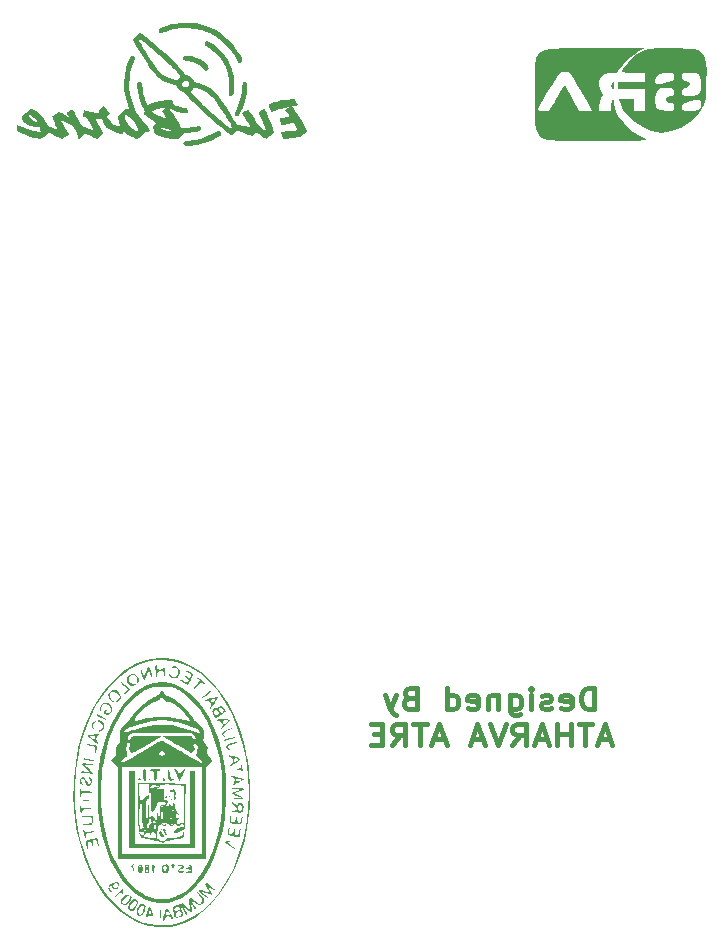
<source format=gbr>
%TF.GenerationSoftware,KiCad,Pcbnew,8.0.2*%
%TF.CreationDate,2024-05-19T21:43:39+05:30*%
%TF.ProjectId,Evoborne,45766f62-6f72-46e6-952e-6b696361645f,rev?*%
%TF.SameCoordinates,Original*%
%TF.FileFunction,Legend,Bot*%
%TF.FilePolarity,Positive*%
%FSLAX46Y46*%
G04 Gerber Fmt 4.6, Leading zero omitted, Abs format (unit mm)*
G04 Created by KiCad (PCBNEW 8.0.2) date 2024-05-19 21:43:39*
%MOMM*%
%LPD*%
G01*
G04 APERTURE LIST*
%ADD10C,0.400000*%
%ADD11C,0.000000*%
G04 APERTURE END LIST*
D10*
X110258652Y-130067034D02*
X110258652Y-128317034D01*
X110258652Y-128317034D02*
X109782462Y-128317034D01*
X109782462Y-128317034D02*
X109496747Y-128400367D01*
X109496747Y-128400367D02*
X109306271Y-128567034D01*
X109306271Y-128567034D02*
X109211033Y-128733701D01*
X109211033Y-128733701D02*
X109115795Y-129067034D01*
X109115795Y-129067034D02*
X109115795Y-129317034D01*
X109115795Y-129317034D02*
X109211033Y-129650367D01*
X109211033Y-129650367D02*
X109306271Y-129817034D01*
X109306271Y-129817034D02*
X109496747Y-129983701D01*
X109496747Y-129983701D02*
X109782462Y-130067034D01*
X109782462Y-130067034D02*
X110258652Y-130067034D01*
X107496747Y-129983701D02*
X107687223Y-130067034D01*
X107687223Y-130067034D02*
X108068176Y-130067034D01*
X108068176Y-130067034D02*
X108258652Y-129983701D01*
X108258652Y-129983701D02*
X108353890Y-129817034D01*
X108353890Y-129817034D02*
X108353890Y-129150367D01*
X108353890Y-129150367D02*
X108258652Y-128983701D01*
X108258652Y-128983701D02*
X108068176Y-128900367D01*
X108068176Y-128900367D02*
X107687223Y-128900367D01*
X107687223Y-128900367D02*
X107496747Y-128983701D01*
X107496747Y-128983701D02*
X107401509Y-129150367D01*
X107401509Y-129150367D02*
X107401509Y-129317034D01*
X107401509Y-129317034D02*
X108353890Y-129483701D01*
X106639604Y-129983701D02*
X106449128Y-130067034D01*
X106449128Y-130067034D02*
X106068176Y-130067034D01*
X106068176Y-130067034D02*
X105877699Y-129983701D01*
X105877699Y-129983701D02*
X105782461Y-129817034D01*
X105782461Y-129817034D02*
X105782461Y-129733701D01*
X105782461Y-129733701D02*
X105877699Y-129567034D01*
X105877699Y-129567034D02*
X106068176Y-129483701D01*
X106068176Y-129483701D02*
X106353890Y-129483701D01*
X106353890Y-129483701D02*
X106544366Y-129400367D01*
X106544366Y-129400367D02*
X106639604Y-129233701D01*
X106639604Y-129233701D02*
X106639604Y-129150367D01*
X106639604Y-129150367D02*
X106544366Y-128983701D01*
X106544366Y-128983701D02*
X106353890Y-128900367D01*
X106353890Y-128900367D02*
X106068176Y-128900367D01*
X106068176Y-128900367D02*
X105877699Y-128983701D01*
X104925318Y-130067034D02*
X104925318Y-128900367D01*
X104925318Y-128317034D02*
X105020556Y-128400367D01*
X105020556Y-128400367D02*
X104925318Y-128483701D01*
X104925318Y-128483701D02*
X104830080Y-128400367D01*
X104830080Y-128400367D02*
X104925318Y-128317034D01*
X104925318Y-128317034D02*
X104925318Y-128483701D01*
X103115794Y-128900367D02*
X103115794Y-130317034D01*
X103115794Y-130317034D02*
X103211032Y-130483701D01*
X103211032Y-130483701D02*
X103306270Y-130567034D01*
X103306270Y-130567034D02*
X103496747Y-130650367D01*
X103496747Y-130650367D02*
X103782461Y-130650367D01*
X103782461Y-130650367D02*
X103972937Y-130567034D01*
X103115794Y-129983701D02*
X103306270Y-130067034D01*
X103306270Y-130067034D02*
X103687223Y-130067034D01*
X103687223Y-130067034D02*
X103877699Y-129983701D01*
X103877699Y-129983701D02*
X103972937Y-129900367D01*
X103972937Y-129900367D02*
X104068175Y-129733701D01*
X104068175Y-129733701D02*
X104068175Y-129233701D01*
X104068175Y-129233701D02*
X103972937Y-129067034D01*
X103972937Y-129067034D02*
X103877699Y-128983701D01*
X103877699Y-128983701D02*
X103687223Y-128900367D01*
X103687223Y-128900367D02*
X103306270Y-128900367D01*
X103306270Y-128900367D02*
X103115794Y-128983701D01*
X102163413Y-128900367D02*
X102163413Y-130067034D01*
X102163413Y-129067034D02*
X102068175Y-128983701D01*
X102068175Y-128983701D02*
X101877699Y-128900367D01*
X101877699Y-128900367D02*
X101591984Y-128900367D01*
X101591984Y-128900367D02*
X101401508Y-128983701D01*
X101401508Y-128983701D02*
X101306270Y-129150367D01*
X101306270Y-129150367D02*
X101306270Y-130067034D01*
X99591984Y-129983701D02*
X99782460Y-130067034D01*
X99782460Y-130067034D02*
X100163413Y-130067034D01*
X100163413Y-130067034D02*
X100353889Y-129983701D01*
X100353889Y-129983701D02*
X100449127Y-129817034D01*
X100449127Y-129817034D02*
X100449127Y-129150367D01*
X100449127Y-129150367D02*
X100353889Y-128983701D01*
X100353889Y-128983701D02*
X100163413Y-128900367D01*
X100163413Y-128900367D02*
X99782460Y-128900367D01*
X99782460Y-128900367D02*
X99591984Y-128983701D01*
X99591984Y-128983701D02*
X99496746Y-129150367D01*
X99496746Y-129150367D02*
X99496746Y-129317034D01*
X99496746Y-129317034D02*
X100449127Y-129483701D01*
X97782460Y-130067034D02*
X97782460Y-128317034D01*
X97782460Y-129983701D02*
X97972936Y-130067034D01*
X97972936Y-130067034D02*
X98353889Y-130067034D01*
X98353889Y-130067034D02*
X98544365Y-129983701D01*
X98544365Y-129983701D02*
X98639603Y-129900367D01*
X98639603Y-129900367D02*
X98734841Y-129733701D01*
X98734841Y-129733701D02*
X98734841Y-129233701D01*
X98734841Y-129233701D02*
X98639603Y-129067034D01*
X98639603Y-129067034D02*
X98544365Y-128983701D01*
X98544365Y-128983701D02*
X98353889Y-128900367D01*
X98353889Y-128900367D02*
X97972936Y-128900367D01*
X97972936Y-128900367D02*
X97782460Y-128983701D01*
X94639602Y-129150367D02*
X94353888Y-129233701D01*
X94353888Y-129233701D02*
X94258650Y-129317034D01*
X94258650Y-129317034D02*
X94163412Y-129483701D01*
X94163412Y-129483701D02*
X94163412Y-129733701D01*
X94163412Y-129733701D02*
X94258650Y-129900367D01*
X94258650Y-129900367D02*
X94353888Y-129983701D01*
X94353888Y-129983701D02*
X94544364Y-130067034D01*
X94544364Y-130067034D02*
X95306269Y-130067034D01*
X95306269Y-130067034D02*
X95306269Y-128317034D01*
X95306269Y-128317034D02*
X94639602Y-128317034D01*
X94639602Y-128317034D02*
X94449126Y-128400367D01*
X94449126Y-128400367D02*
X94353888Y-128483701D01*
X94353888Y-128483701D02*
X94258650Y-128650367D01*
X94258650Y-128650367D02*
X94258650Y-128817034D01*
X94258650Y-128817034D02*
X94353888Y-128983701D01*
X94353888Y-128983701D02*
X94449126Y-129067034D01*
X94449126Y-129067034D02*
X94639602Y-129150367D01*
X94639602Y-129150367D02*
X95306269Y-129150367D01*
X93496745Y-128900367D02*
X93020555Y-130067034D01*
X92544364Y-128900367D02*
X93020555Y-130067034D01*
X93020555Y-130067034D02*
X93211031Y-130483701D01*
X93211031Y-130483701D02*
X93306269Y-130567034D01*
X93306269Y-130567034D02*
X93496745Y-130650367D01*
X111623890Y-132615034D02*
X110671509Y-132615034D01*
X111814366Y-133115034D02*
X111147700Y-131365034D01*
X111147700Y-131365034D02*
X110481033Y-133115034D01*
X110100080Y-131365034D02*
X108957223Y-131365034D01*
X109528652Y-133115034D02*
X109528652Y-131365034D01*
X108290556Y-133115034D02*
X108290556Y-131365034D01*
X108290556Y-132198367D02*
X107147699Y-132198367D01*
X107147699Y-133115034D02*
X107147699Y-131365034D01*
X106290556Y-132615034D02*
X105338175Y-132615034D01*
X106481032Y-133115034D02*
X105814366Y-131365034D01*
X105814366Y-131365034D02*
X105147699Y-133115034D01*
X103338175Y-133115034D02*
X104004842Y-132281701D01*
X104481032Y-133115034D02*
X104481032Y-131365034D01*
X104481032Y-131365034D02*
X103719127Y-131365034D01*
X103719127Y-131365034D02*
X103528651Y-131448367D01*
X103528651Y-131448367D02*
X103433413Y-131531701D01*
X103433413Y-131531701D02*
X103338175Y-131698367D01*
X103338175Y-131698367D02*
X103338175Y-131948367D01*
X103338175Y-131948367D02*
X103433413Y-132115034D01*
X103433413Y-132115034D02*
X103528651Y-132198367D01*
X103528651Y-132198367D02*
X103719127Y-132281701D01*
X103719127Y-132281701D02*
X104481032Y-132281701D01*
X102766746Y-131365034D02*
X102100080Y-133115034D01*
X102100080Y-133115034D02*
X101433413Y-131365034D01*
X100861984Y-132615034D02*
X99909603Y-132615034D01*
X101052460Y-133115034D02*
X100385794Y-131365034D01*
X100385794Y-131365034D02*
X99719127Y-133115034D01*
X97623888Y-132615034D02*
X96671507Y-132615034D01*
X97814364Y-133115034D02*
X97147698Y-131365034D01*
X97147698Y-131365034D02*
X96481031Y-133115034D01*
X96100078Y-131365034D02*
X94957221Y-131365034D01*
X95528650Y-133115034D02*
X95528650Y-131365034D01*
X93147697Y-133115034D02*
X93814364Y-132281701D01*
X94290554Y-133115034D02*
X94290554Y-131365034D01*
X94290554Y-131365034D02*
X93528649Y-131365034D01*
X93528649Y-131365034D02*
X93338173Y-131448367D01*
X93338173Y-131448367D02*
X93242935Y-131531701D01*
X93242935Y-131531701D02*
X93147697Y-131698367D01*
X93147697Y-131698367D02*
X93147697Y-131948367D01*
X93147697Y-131948367D02*
X93242935Y-132115034D01*
X93242935Y-132115034D02*
X93338173Y-132198367D01*
X93338173Y-132198367D02*
X93528649Y-132281701D01*
X93528649Y-132281701D02*
X94290554Y-132281701D01*
X92290554Y-132198367D02*
X91623887Y-132198367D01*
X91338173Y-133115034D02*
X92290554Y-133115034D01*
X92290554Y-133115034D02*
X92290554Y-131365034D01*
X92290554Y-131365034D02*
X91338173Y-131365034D01*
D11*
%TO.C,G\u002A\u002A\u002A*%
G36*
X75952254Y-74803859D02*
G01*
X76247080Y-74860735D01*
X76553540Y-74963244D01*
X76853678Y-75102496D01*
X77129539Y-75269601D01*
X77363167Y-75455667D01*
X77536606Y-75651804D01*
X77584426Y-75732536D01*
X77622806Y-75866932D01*
X77597063Y-75974111D01*
X77507909Y-76044355D01*
X77455672Y-76064458D01*
X77401480Y-76073810D01*
X77349597Y-76054289D01*
X77280769Y-75997162D01*
X77175741Y-75893697D01*
X76970287Y-75708270D01*
X76630251Y-75478206D01*
X76268954Y-75321148D01*
X75890311Y-75239088D01*
X75733949Y-75218748D01*
X75605581Y-75190861D01*
X75530613Y-75152168D01*
X75495537Y-75095064D01*
X75486847Y-75011944D01*
X75494386Y-74936061D01*
X75541958Y-74852591D01*
X75642515Y-74808051D01*
X75806663Y-74795256D01*
X75952254Y-74803859D01*
G37*
G36*
X78623919Y-81186533D02*
G01*
X78675226Y-81252131D01*
X78691155Y-81367172D01*
X78687798Y-81399711D01*
X78650883Y-81478044D01*
X78567732Y-81562519D01*
X78431524Y-81658228D01*
X78235438Y-81770265D01*
X77972654Y-81903724D01*
X77742852Y-82009006D01*
X77194657Y-82206875D01*
X76608705Y-82346312D01*
X75975309Y-82429871D01*
X75944082Y-82432332D01*
X75736480Y-82433138D01*
X75594434Y-82399349D01*
X75512904Y-82328793D01*
X75486847Y-82219294D01*
X75490383Y-82165130D01*
X75517117Y-82099901D01*
X75581586Y-82056748D01*
X75697261Y-82028366D01*
X75877616Y-82007452D01*
X76403016Y-81939943D01*
X76984565Y-81809763D01*
X77525845Y-81622819D01*
X78037029Y-81376135D01*
X78204915Y-81287119D01*
X78394045Y-81203955D01*
X78531953Y-81170450D01*
X78623919Y-81186533D01*
G37*
G36*
X80772976Y-77025167D02*
G01*
X80797249Y-77037802D01*
X80856193Y-77094202D01*
X80889789Y-77185853D01*
X80901346Y-77326544D01*
X80894175Y-77530063D01*
X80879514Y-77697719D01*
X80836290Y-78002868D01*
X80773543Y-78318675D01*
X80694971Y-78634121D01*
X80604272Y-78938185D01*
X80505144Y-79219846D01*
X80401284Y-79468084D01*
X80296390Y-79671879D01*
X80194159Y-79820211D01*
X80098289Y-79902060D01*
X80086302Y-79907794D01*
X80000561Y-79929798D01*
X79922443Y-79898031D01*
X79901749Y-79883138D01*
X79855110Y-79828106D01*
X79839562Y-79752596D01*
X79856501Y-79644475D01*
X79907327Y-79491610D01*
X79993437Y-79281868D01*
X80168118Y-78840400D01*
X80338777Y-78287477D01*
X80444035Y-77759032D01*
X80485684Y-77247656D01*
X80498948Y-77156719D01*
X80558925Y-77052739D01*
X80654796Y-77005381D01*
X80772976Y-77025167D01*
G37*
G36*
X77680402Y-73624770D02*
G01*
X78030323Y-73836965D01*
X78383003Y-74117641D01*
X78716222Y-74447781D01*
X79016889Y-74812989D01*
X79271914Y-75198866D01*
X79468204Y-75591014D01*
X79484779Y-75631205D01*
X79609479Y-75970872D01*
X79694893Y-76292860D01*
X79747760Y-76628326D01*
X79774820Y-77008427D01*
X79779729Y-77151031D01*
X79783071Y-77471787D01*
X79772174Y-77724611D01*
X79746296Y-77916076D01*
X79704693Y-78052758D01*
X79646619Y-78141228D01*
X79628601Y-78159002D01*
X79552565Y-78219504D01*
X79490129Y-78224281D01*
X79411777Y-78177948D01*
X79407963Y-78175099D01*
X79382886Y-78150283D01*
X79364332Y-78112417D01*
X79351283Y-78050650D01*
X79342719Y-77954131D01*
X79337620Y-77812011D01*
X79334967Y-77613438D01*
X79333739Y-77347563D01*
X79333172Y-77210890D01*
X79330401Y-76963382D01*
X79324509Y-76772105D01*
X79314264Y-76622042D01*
X79298430Y-76498180D01*
X79275773Y-76385502D01*
X79245059Y-76268995D01*
X79063117Y-75764191D01*
X78812087Y-75291899D01*
X78494717Y-74860589D01*
X78111570Y-74471024D01*
X77663211Y-74123967D01*
X77574813Y-74063591D01*
X77434011Y-73961926D01*
X77345626Y-73884426D01*
X77300191Y-73819550D01*
X77288240Y-73755754D01*
X77300305Y-73681494D01*
X77321225Y-73629506D01*
X77399564Y-73567689D01*
X77521152Y-73565833D01*
X77680402Y-73624770D01*
G37*
G36*
X76520365Y-72062330D02*
G01*
X77114055Y-72194922D01*
X77687370Y-72394381D01*
X78232264Y-72658452D01*
X78740693Y-72984878D01*
X79204610Y-73371404D01*
X79336144Y-73499001D01*
X79735962Y-73933610D01*
X80064488Y-74372652D01*
X80326934Y-74822872D01*
X80407338Y-74999546D01*
X80442885Y-75130019D01*
X80434822Y-75228269D01*
X80384944Y-75309371D01*
X80304422Y-75373469D01*
X80220418Y-75380525D01*
X80132342Y-75322121D01*
X80035152Y-75194824D01*
X79923810Y-74995199D01*
X79842746Y-74844879D01*
X79580601Y-74442640D01*
X79262049Y-74049516D01*
X78901894Y-73682697D01*
X78514941Y-73359372D01*
X78298814Y-73213531D01*
X78030257Y-73057390D01*
X77740453Y-72907930D01*
X77456684Y-72779203D01*
X77206232Y-72685262D01*
X77026554Y-72631528D01*
X76436463Y-72504774D01*
X75838504Y-72449165D01*
X75242897Y-72464625D01*
X74659861Y-72551077D01*
X74099616Y-72708445D01*
X73979264Y-72750581D01*
X73821012Y-72804705D01*
X73697081Y-72845573D01*
X73627092Y-72866617D01*
X73581395Y-72870878D01*
X73496245Y-72835268D01*
X73438950Y-72755649D01*
X73416461Y-72654136D01*
X73435726Y-72552844D01*
X73503693Y-72473890D01*
X73512680Y-72468363D01*
X73628025Y-72412554D01*
X73798588Y-72346085D01*
X74005607Y-72275093D01*
X74230321Y-72205714D01*
X74453967Y-72144088D01*
X74657783Y-72096352D01*
X74697498Y-72088322D01*
X75304041Y-72006774D01*
X75914345Y-71998862D01*
X76520365Y-72062330D01*
G37*
G36*
X85062107Y-78746123D02*
G01*
X85168880Y-79004798D01*
X84932337Y-79029522D01*
X84823243Y-79042390D01*
X84724624Y-79057534D01*
X84680889Y-79069149D01*
X84693635Y-79099866D01*
X84744208Y-79181731D01*
X84824695Y-79301327D01*
X84926532Y-79445536D01*
X85210543Y-79859202D01*
X85516048Y-80355269D01*
X85772246Y-80832370D01*
X85939924Y-81172435D01*
X85676543Y-81417828D01*
X85569932Y-81514312D01*
X85473466Y-81589666D01*
X85376041Y-81645565D01*
X85262317Y-81687642D01*
X85116951Y-81721525D01*
X84924601Y-81752846D01*
X84669924Y-81787234D01*
X84553408Y-81799570D01*
X84357351Y-81812084D01*
X84184429Y-81814609D01*
X83952933Y-81808986D01*
X83867850Y-81529849D01*
X83782767Y-81250712D01*
X83923499Y-81227433D01*
X83972242Y-81220762D01*
X84116786Y-81208700D01*
X84267789Y-81203724D01*
X84393942Y-81198833D01*
X84561796Y-81184178D01*
X84737521Y-81162722D01*
X84899653Y-81137470D01*
X85026730Y-81111427D01*
X85097290Y-81087596D01*
X85104010Y-81082177D01*
X85113084Y-81037354D01*
X85086256Y-80949868D01*
X85020348Y-80808179D01*
X85017688Y-80802877D01*
X84950985Y-80673433D01*
X84894788Y-80570441D01*
X84861017Y-80515777D01*
X84831937Y-80502832D01*
X84746447Y-80503031D01*
X84600539Y-80523491D01*
X84386893Y-80564970D01*
X84227269Y-80596678D01*
X84063710Y-80625420D01*
X83939163Y-80643113D01*
X83872265Y-80646795D01*
X83844964Y-80631624D01*
X83792753Y-80562671D01*
X83739052Y-80457334D01*
X83691672Y-80336597D01*
X83658428Y-80221442D01*
X83647133Y-80132850D01*
X83665600Y-80091804D01*
X83676748Y-80089184D01*
X83755274Y-80075206D01*
X83882988Y-80055206D01*
X84038423Y-80032593D01*
X84124702Y-80020527D01*
X84300749Y-79993910D01*
X84409558Y-79967356D01*
X84458286Y-79931741D01*
X84454088Y-79877941D01*
X84404120Y-79796833D01*
X84315539Y-79679294D01*
X84122468Y-79425294D01*
X84308273Y-79256866D01*
X84339957Y-79228095D01*
X84422923Y-79150312D01*
X84453558Y-79111974D01*
X84436616Y-79103184D01*
X84376847Y-79114044D01*
X84055216Y-79191181D01*
X83649931Y-79307853D01*
X83289372Y-79434114D01*
X83200984Y-79468077D01*
X83066809Y-79517093D01*
X82972431Y-79548174D01*
X82934211Y-79555717D01*
X82932918Y-79553535D01*
X82910628Y-79503020D01*
X82868951Y-79401863D01*
X82815706Y-79268986D01*
X82808283Y-79250248D01*
X82754365Y-79114160D01*
X82711979Y-79007216D01*
X82689749Y-78951175D01*
X82689403Y-78950171D01*
X82716824Y-78913992D01*
X82807297Y-78865268D01*
X82948062Y-78808359D01*
X83126356Y-78747623D01*
X83329418Y-78687419D01*
X83544486Y-78632106D01*
X83758799Y-78586043D01*
X83857056Y-78568776D01*
X84101632Y-78534494D01*
X84352475Y-78508864D01*
X84568398Y-78496445D01*
X84955333Y-78487448D01*
X85062107Y-78746123D01*
G37*
G36*
X74922233Y-80212750D02*
G01*
X74998041Y-80341785D01*
X75096752Y-80508261D01*
X75171704Y-80633191D01*
X75181443Y-80649424D01*
X75239497Y-80744140D01*
X75331648Y-80890679D01*
X75704579Y-80890679D01*
X75851463Y-80886786D01*
X76164498Y-80859078D01*
X76469354Y-80809481D01*
X76517415Y-80799553D01*
X76679731Y-80767513D01*
X76786176Y-80751616D01*
X76853323Y-80751384D01*
X76897747Y-80766338D01*
X76936022Y-80795999D01*
X76976250Y-80845101D01*
X77009028Y-80962783D01*
X76976265Y-81080129D01*
X76928731Y-81118976D01*
X76810238Y-81168436D01*
X76691304Y-81201296D01*
X76640003Y-81215470D01*
X76432695Y-81256758D01*
X76202984Y-81288981D01*
X75965539Y-81308820D01*
X75852978Y-81315736D01*
X75674947Y-81332540D01*
X75564214Y-81352627D01*
X75526198Y-81375178D01*
X75522762Y-81385593D01*
X75478408Y-81444435D01*
X75393591Y-81534600D01*
X75281968Y-81641210D01*
X75236286Y-81682714D01*
X75134231Y-81769876D01*
X75046356Y-81826195D01*
X74954319Y-81855865D01*
X74839779Y-81863080D01*
X74684394Y-81852034D01*
X74469822Y-81826921D01*
X74085877Y-81763434D01*
X73652975Y-81644726D01*
X73279586Y-81484425D01*
X73006632Y-81340063D01*
X72958891Y-81051281D01*
X72938719Y-80929261D01*
X73561394Y-80929261D01*
X73565087Y-80959857D01*
X73619326Y-80992423D01*
X73735206Y-81040266D01*
X73813000Y-81069546D01*
X73976825Y-81123666D01*
X74119155Y-81162276D01*
X74149189Y-81168463D01*
X74313693Y-81191882D01*
X74470847Y-81201340D01*
X74646693Y-81201296D01*
X74360559Y-81103829D01*
X74194183Y-81042882D01*
X74017644Y-80970906D01*
X73876541Y-80906086D01*
X73865212Y-80900347D01*
X73756670Y-80847646D01*
X73692377Y-80828350D01*
X73648918Y-80840362D01*
X73602880Y-80881586D01*
X73597150Y-80887328D01*
X73561394Y-80929261D01*
X72938719Y-80929261D01*
X72911150Y-80762499D01*
X73014572Y-80680050D01*
X73015722Y-80679134D01*
X73103946Y-80609522D01*
X73171636Y-80557261D01*
X73171784Y-80557149D01*
X73178572Y-80545778D01*
X74189547Y-80545778D01*
X74198096Y-80576161D01*
X74277528Y-80612005D01*
X74351295Y-80637306D01*
X74410517Y-80651540D01*
X74419570Y-80633191D01*
X74392693Y-80578063D01*
X74371642Y-80545327D01*
X74298749Y-80502707D01*
X74203312Y-80534449D01*
X74189547Y-80545778D01*
X73178572Y-80545778D01*
X73192346Y-80522705D01*
X73163285Y-80474449D01*
X73076292Y-80398548D01*
X72999073Y-80341301D01*
X72855125Y-80244955D01*
X72709026Y-80156381D01*
X72615372Y-80099244D01*
X72451305Y-79985783D01*
X72310884Y-79874266D01*
X72293167Y-79858647D01*
X72202872Y-79774959D01*
X72160675Y-79717692D01*
X72156612Y-79665679D01*
X72180719Y-79597756D01*
X72199171Y-79546428D01*
X72203439Y-79500158D01*
X72847874Y-79500158D01*
X72849222Y-79537762D01*
X72909857Y-79597338D01*
X72949097Y-79627349D01*
X73088917Y-79715802D01*
X73269028Y-79813759D01*
X73465574Y-79909360D01*
X73654701Y-79990749D01*
X73812554Y-80046067D01*
X73862278Y-80060398D01*
X73976556Y-80092417D01*
X74042569Y-80102390D01*
X74061096Y-80081859D01*
X74032914Y-80022367D01*
X73958801Y-79915456D01*
X73839535Y-79752668D01*
X73810816Y-79713185D01*
X73728909Y-79597778D01*
X73671728Y-79512879D01*
X73650232Y-79474588D01*
X73670559Y-79449776D01*
X73737827Y-79389025D01*
X73835847Y-79308667D01*
X74021462Y-79162047D01*
X73826078Y-79189789D01*
X73756952Y-79202325D01*
X73609415Y-79237384D01*
X73434189Y-79285429D01*
X73251993Y-79340142D01*
X73083547Y-79395205D01*
X72949570Y-79444299D01*
X72870780Y-79481107D01*
X72847874Y-79500158D01*
X72203439Y-79500158D01*
X72204555Y-79488064D01*
X72186832Y-79416302D01*
X72141055Y-79312835D01*
X72062277Y-79159352D01*
X72002756Y-79041494D01*
X71825563Y-78623664D01*
X71692284Y-78196186D01*
X71608341Y-77778900D01*
X71579155Y-77391640D01*
X71579244Y-77349834D01*
X71583043Y-77213588D01*
X71596537Y-77130098D01*
X71625307Y-77078833D01*
X71674934Y-77039262D01*
X71708751Y-77019048D01*
X71809466Y-76990209D01*
X71889230Y-77025824D01*
X71950216Y-77129077D01*
X71994598Y-77303150D01*
X72024549Y-77551228D01*
X72047559Y-77736835D01*
X72087881Y-77948581D01*
X72140817Y-78166249D01*
X72202340Y-78378050D01*
X72268423Y-78572199D01*
X72335040Y-78736909D01*
X72398163Y-78860392D01*
X72453766Y-78930863D01*
X72497823Y-78936534D01*
X72559054Y-78901798D01*
X72685466Y-78850588D01*
X72853312Y-78793442D01*
X73043839Y-78736288D01*
X73238293Y-78685056D01*
X73417923Y-78645672D01*
X73484331Y-78634036D01*
X73685335Y-78605423D01*
X73911588Y-78580030D01*
X74125610Y-78562274D01*
X74529462Y-78536512D01*
X74600660Y-78740066D01*
X74636638Y-78834785D01*
X74686427Y-78918486D01*
X74760879Y-78977564D01*
X74884409Y-79037622D01*
X75013842Y-79085627D01*
X75199301Y-79137899D01*
X75379828Y-79174583D01*
X75455377Y-79186345D01*
X75639493Y-79220025D01*
X75761733Y-79254951D01*
X75834140Y-79297269D01*
X75868754Y-79353123D01*
X75877616Y-79428660D01*
X75876415Y-79460730D01*
X75847705Y-79555445D01*
X75773547Y-79612036D01*
X75644370Y-79634987D01*
X75450605Y-79628784D01*
X75390803Y-79622680D01*
X75065019Y-79558057D01*
X74736363Y-79446828D01*
X74442925Y-79301368D01*
X74336657Y-79238326D01*
X74251638Y-79189848D01*
X74214407Y-79171294D01*
X74223746Y-79189043D01*
X74270943Y-79257423D01*
X74349252Y-79365206D01*
X74449509Y-79499596D01*
X74512455Y-79585372D01*
X74654035Y-79789856D01*
X74798324Y-80010592D01*
X74842006Y-80081859D01*
X74922233Y-80212750D01*
G37*
G36*
X76054198Y-76530882D02*
G01*
X76227256Y-76672321D01*
X76354200Y-76865887D01*
X76378099Y-76915222D01*
X76450292Y-77025133D01*
X76516393Y-77061140D01*
X76543722Y-77064533D01*
X76641526Y-77087766D01*
X76781794Y-77128181D01*
X76796220Y-77132796D01*
X76943975Y-77180064D01*
X76992205Y-77196372D01*
X77217662Y-77277959D01*
X77422112Y-77364009D01*
X77610527Y-77459808D01*
X77787882Y-77570644D01*
X77959152Y-77701805D01*
X78129310Y-77858577D01*
X78303330Y-78046249D01*
X78486186Y-78270107D01*
X78682852Y-78535439D01*
X78898303Y-78847533D01*
X79137512Y-79211674D01*
X79405453Y-79633152D01*
X79707101Y-80117253D01*
X79845638Y-80338860D01*
X79956161Y-80509591D01*
X80037231Y-80625722D01*
X80093819Y-80693888D01*
X80130899Y-80720724D01*
X80153443Y-80712866D01*
X80179863Y-80690232D01*
X80226691Y-80681176D01*
X80307231Y-80687862D01*
X80435487Y-80711485D01*
X80625462Y-80753245D01*
X80761256Y-80784140D01*
X80969589Y-80829430D01*
X81108990Y-80851010D01*
X81184461Y-80843763D01*
X81201003Y-80802571D01*
X81163616Y-80722317D01*
X81077301Y-80597883D01*
X80947060Y-80424151D01*
X80929236Y-80400400D01*
X80802452Y-80228208D01*
X80687022Y-80066228D01*
X80595043Y-79931706D01*
X80538612Y-79841888D01*
X80451761Y-79687076D01*
X80710910Y-79518235D01*
X80788264Y-79468254D01*
X80889962Y-79407005D01*
X80950938Y-79382142D01*
X80986682Y-79388713D01*
X81012683Y-79421766D01*
X81044557Y-79474843D01*
X81178457Y-79684411D01*
X81339209Y-79921167D01*
X81510137Y-80161507D01*
X81674563Y-80381828D01*
X81815812Y-80558525D01*
X81870717Y-80621828D01*
X82001229Y-80760917D01*
X82131805Y-80887015D01*
X82145371Y-80898794D01*
X82251835Y-80991231D01*
X82350708Y-81064673D01*
X82417813Y-81098450D01*
X82442539Y-81083671D01*
X82439991Y-81059586D01*
X82414710Y-80957624D01*
X82367295Y-80807316D01*
X82303858Y-80625293D01*
X82230514Y-80428188D01*
X82153375Y-80232633D01*
X82078554Y-80055260D01*
X82012163Y-79912702D01*
X81975307Y-79836819D01*
X81917999Y-79704724D01*
X81885071Y-79607592D01*
X81882788Y-79562387D01*
X81924911Y-79530833D01*
X82014445Y-79468681D01*
X82129541Y-79391357D01*
X82344082Y-79249261D01*
X82550242Y-79660215D01*
X82689471Y-79946971D01*
X82853905Y-80322538D01*
X82978079Y-80661325D01*
X83067500Y-80977352D01*
X83141199Y-81285920D01*
X82978725Y-81430222D01*
X82924031Y-81478954D01*
X82792918Y-81596607D01*
X82678242Y-81700468D01*
X82632425Y-81741613D01*
X82560497Y-81802892D01*
X82525805Y-81827468D01*
X82517671Y-81825793D01*
X82455301Y-81794606D01*
X82351027Y-81732370D01*
X82221587Y-81649922D01*
X82083722Y-81558100D01*
X81954169Y-81467742D01*
X81849669Y-81389687D01*
X81648175Y-81230415D01*
X81506163Y-81396955D01*
X81364152Y-81563494D01*
X81072961Y-81481426D01*
X80790834Y-81395243D01*
X80474930Y-81280575D01*
X80215387Y-81164336D01*
X80069065Y-81089688D01*
X79976033Y-81190864D01*
X79922896Y-81244401D01*
X79811897Y-81340622D01*
X79695053Y-81427975D01*
X79593146Y-81491419D01*
X79526959Y-81515910D01*
X79493171Y-81501278D01*
X79402725Y-81440530D01*
X79266509Y-81338131D01*
X79091575Y-81200063D01*
X78884978Y-81032306D01*
X78653771Y-80840843D01*
X78405008Y-80631654D01*
X78145742Y-80410720D01*
X77883027Y-80184023D01*
X77623916Y-79957545D01*
X77375463Y-79737266D01*
X77144721Y-79529169D01*
X76938744Y-79339234D01*
X76764586Y-79173442D01*
X76709325Y-79119063D01*
X76516659Y-78921927D01*
X76321281Y-78712205D01*
X76143241Y-78511760D01*
X76002586Y-78342456D01*
X75934683Y-78256677D01*
X75822593Y-78120289D01*
X75736920Y-78028652D01*
X75663969Y-77969721D01*
X75590043Y-77931454D01*
X75501445Y-77901807D01*
X75472132Y-77892457D01*
X75316257Y-77809465D01*
X76151736Y-77809465D01*
X76167760Y-77843460D01*
X76227457Y-77927885D01*
X76321660Y-78047803D01*
X76440120Y-78191093D01*
X76572589Y-78345631D01*
X76708819Y-78499295D01*
X76838559Y-78639963D01*
X76951561Y-78755512D01*
X77052686Y-78852298D01*
X77242738Y-79028238D01*
X77475188Y-79238424D01*
X77739540Y-79473599D01*
X78025300Y-79724509D01*
X78321973Y-79981899D01*
X78619064Y-80236514D01*
X78906078Y-80479099D01*
X79031596Y-80584331D01*
X79192834Y-80719492D01*
X79328392Y-80833102D01*
X79426868Y-80915608D01*
X79476859Y-80957453D01*
X79484273Y-80963525D01*
X79539728Y-80988815D01*
X79590066Y-80949123D01*
X79605649Y-80928259D01*
X79617132Y-80898794D01*
X79615102Y-80859171D01*
X79595550Y-80801384D01*
X79554470Y-80717431D01*
X79487854Y-80599308D01*
X79391694Y-80439012D01*
X79261983Y-80228539D01*
X79094712Y-79959887D01*
X79052977Y-79893042D01*
X78819392Y-79521934D01*
X78619108Y-79210046D01*
X78447018Y-78950187D01*
X78298017Y-78735164D01*
X78166998Y-78557787D01*
X78048856Y-78410864D01*
X77938485Y-78287203D01*
X77830779Y-78179613D01*
X77738570Y-78097758D01*
X77419476Y-77871404D01*
X77053113Y-77682963D01*
X76660049Y-77543608D01*
X76413681Y-77475111D01*
X76282999Y-77629587D01*
X76234997Y-77688064D01*
X76175303Y-77767582D01*
X76151736Y-77809465D01*
X75316257Y-77809465D01*
X75273104Y-77786489D01*
X75103470Y-77624358D01*
X74983948Y-77425147D01*
X74949051Y-77357909D01*
X74883569Y-77303848D01*
X74770125Y-77274154D01*
X74724115Y-77265450D01*
X74518974Y-77210810D01*
X74291033Y-77132205D01*
X75388914Y-77132205D01*
X75400129Y-77279619D01*
X75487841Y-77413827D01*
X75511258Y-77434466D01*
X75629665Y-77483862D01*
X75758658Y-77472576D01*
X75875490Y-77406525D01*
X75957415Y-77291630D01*
X75961234Y-77282120D01*
X75986205Y-77132796D01*
X75938905Y-77008872D01*
X75822098Y-76917978D01*
X75795388Y-76906091D01*
X75644056Y-76875379D01*
X75518840Y-76916179D01*
X75425762Y-77026838D01*
X75388914Y-77132205D01*
X74291033Y-77132205D01*
X74279387Y-77128189D01*
X74031110Y-77027068D01*
X73799895Y-76916929D01*
X73692801Y-76856336D01*
X73412370Y-76656631D01*
X73134078Y-76403537D01*
X72875610Y-76112448D01*
X72829691Y-76052427D01*
X72724974Y-75905707D01*
X72596955Y-75717317D01*
X72451149Y-75496176D01*
X72293066Y-75251205D01*
X72128220Y-74991321D01*
X71962123Y-74725444D01*
X71800288Y-74462494D01*
X71648226Y-74211389D01*
X71511451Y-73981049D01*
X71395475Y-73780393D01*
X71305810Y-73618340D01*
X71247968Y-73503810D01*
X71242467Y-73488228D01*
X71757205Y-73488228D01*
X71764468Y-73512579D01*
X71806615Y-73600760D01*
X71881238Y-73738625D01*
X71982489Y-73915813D01*
X72104523Y-74121959D01*
X72241494Y-74346701D01*
X72432383Y-74653863D01*
X72681079Y-75046016D01*
X72901389Y-75380073D01*
X73099061Y-75662038D01*
X73279847Y-75897916D01*
X73449498Y-76093710D01*
X73613762Y-76255426D01*
X73778392Y-76389067D01*
X73949136Y-76500639D01*
X74131746Y-76596144D01*
X74331972Y-76681588D01*
X74555565Y-76762975D01*
X74590679Y-76774846D01*
X74737595Y-76820822D01*
X74857349Y-76852736D01*
X74926795Y-76864273D01*
X74932574Y-76863757D01*
X74997432Y-76826997D01*
X75072317Y-76748980D01*
X75140295Y-76653196D01*
X75184431Y-76563133D01*
X75187789Y-76502281D01*
X75163945Y-76465781D01*
X75081357Y-76355912D01*
X74964569Y-76212029D01*
X74826703Y-76049462D01*
X74680885Y-75883539D01*
X74540236Y-75729592D01*
X74417881Y-75602949D01*
X74381723Y-75567515D01*
X74218995Y-75413814D01*
X74005281Y-75218587D01*
X73747810Y-74988219D01*
X73453811Y-74729092D01*
X73130514Y-74447592D01*
X72785148Y-74150104D01*
X72424944Y-73843011D01*
X72329777Y-73762853D01*
X72130608Y-73600729D01*
X71980088Y-73488946D01*
X71872851Y-73424655D01*
X71803534Y-73405005D01*
X71766774Y-73427146D01*
X71757205Y-73488228D01*
X71242467Y-73488228D01*
X71227462Y-73445721D01*
X71227801Y-73441310D01*
X71260399Y-73375906D01*
X71335487Y-73277625D01*
X71437848Y-73162116D01*
X71552263Y-73045031D01*
X71663512Y-72942022D01*
X71756377Y-72868738D01*
X71815639Y-72840833D01*
X71821925Y-72841710D01*
X71888599Y-72875927D01*
X72005031Y-72955640D01*
X72164274Y-73075013D01*
X72359380Y-73228209D01*
X72583404Y-73409391D01*
X72829397Y-73612722D01*
X73090413Y-73832365D01*
X73359504Y-74062483D01*
X73629724Y-74297239D01*
X73894125Y-74530797D01*
X74145761Y-74757319D01*
X74377684Y-74970969D01*
X74582947Y-75165910D01*
X74659820Y-75241465D01*
X74857540Y-75444034D01*
X75055862Y-75657186D01*
X75235385Y-75859787D01*
X75376708Y-76030701D01*
X75421996Y-76088392D01*
X75542596Y-76237706D01*
X75632227Y-76337855D01*
X75702437Y-76399501D01*
X75764777Y-76433306D01*
X75830796Y-76449935D01*
X75849804Y-76453314D01*
X75978834Y-76502281D01*
X76054198Y-76530882D01*
G37*
G36*
X63852915Y-80424814D02*
G01*
X63992917Y-80720949D01*
X64420521Y-80903506D01*
X64586898Y-80973784D01*
X64728450Y-81032131D01*
X64828087Y-81071573D01*
X64870895Y-81086063D01*
X64871280Y-81086027D01*
X64863321Y-81053728D01*
X64822993Y-80972558D01*
X64758740Y-80859565D01*
X64720122Y-80789482D01*
X64651208Y-80647985D01*
X64577461Y-80482153D01*
X64506624Y-80310938D01*
X64446440Y-80153293D01*
X64404651Y-80028170D01*
X64389001Y-79954522D01*
X64395258Y-79942235D01*
X64447999Y-79887052D01*
X64542807Y-79803552D01*
X64665601Y-79704466D01*
X64942201Y-79489547D01*
X65144293Y-79608137D01*
X65271832Y-79686742D01*
X65435825Y-79793922D01*
X65590616Y-79900369D01*
X65619979Y-79921020D01*
X65729264Y-79993396D01*
X65805856Y-80036897D01*
X65834680Y-80042730D01*
X65825450Y-80016835D01*
X65782948Y-79939209D01*
X65717616Y-79835602D01*
X65672058Y-79765024D01*
X65620633Y-79678327D01*
X65600553Y-79633776D01*
X65623169Y-79599047D01*
X65695342Y-79536739D01*
X65795765Y-79465086D01*
X65902326Y-79398688D01*
X65992912Y-79352146D01*
X66045410Y-79340060D01*
X66052843Y-79343790D01*
X66113333Y-79402867D01*
X66199733Y-79517838D01*
X66304465Y-79676754D01*
X66419946Y-79867663D01*
X66538597Y-80078614D01*
X66652836Y-80297657D01*
X66854471Y-80701096D01*
X67096890Y-80813271D01*
X67135592Y-80830966D01*
X67294157Y-80899991D01*
X67458806Y-80967259D01*
X67613969Y-81026931D01*
X67744077Y-81073170D01*
X67833560Y-81100138D01*
X67866847Y-81101994D01*
X67866845Y-81101853D01*
X67849996Y-81055820D01*
X67805551Y-80956860D01*
X67741560Y-80821387D01*
X67666072Y-80665814D01*
X67587137Y-80506553D01*
X67512805Y-80360019D01*
X67451125Y-80242623D01*
X67410147Y-80170779D01*
X67407749Y-80167085D01*
X67311314Y-80072273D01*
X67162280Y-80014284D01*
X67113376Y-80001948D01*
X67030314Y-79971419D01*
X66996741Y-79928651D01*
X66992769Y-79854953D01*
X66994277Y-79832852D01*
X67012409Y-79708155D01*
X67042484Y-79574197D01*
X67087048Y-79410485D01*
X67271793Y-79465083D01*
X67411770Y-79501011D01*
X67594711Y-79540159D01*
X67795062Y-79577766D01*
X67989458Y-79609720D01*
X68154531Y-79631907D01*
X68266916Y-79640217D01*
X68301652Y-79639294D01*
X68359214Y-79622737D01*
X68359323Y-79577972D01*
X68339936Y-79525684D01*
X68315217Y-79427279D01*
X68329435Y-79352322D01*
X68391107Y-79278280D01*
X68508750Y-79182619D01*
X68723048Y-79018097D01*
X68978794Y-79298311D01*
X69044054Y-79371862D01*
X69142025Y-79491437D01*
X69209447Y-79586117D01*
X69234539Y-79640155D01*
X69230597Y-79660999D01*
X69190691Y-79741358D01*
X69121679Y-79836973D01*
X69008819Y-79972161D01*
X69160277Y-80162384D01*
X69238950Y-80260285D01*
X69391064Y-80439851D01*
X69517429Y-80567648D01*
X69631117Y-80652290D01*
X69745201Y-80702393D01*
X69872754Y-80726571D01*
X70026851Y-80733439D01*
X70174393Y-80734371D01*
X70120068Y-80626910D01*
X70071454Y-80513779D01*
X70012340Y-80346141D01*
X69957950Y-80165958D01*
X69919148Y-80006759D01*
X69913099Y-79967744D01*
X69917237Y-79918399D01*
X69944655Y-79865938D01*
X70003968Y-79799240D01*
X70514523Y-79799240D01*
X70539697Y-79963960D01*
X70560632Y-80063660D01*
X70654792Y-80313242D01*
X70799525Y-80562843D01*
X70980426Y-80792999D01*
X71183090Y-80984248D01*
X71393113Y-81117125D01*
X71462919Y-81148350D01*
X71562119Y-81187851D01*
X71617806Y-81203294D01*
X71638312Y-81196046D01*
X71655116Y-81130940D01*
X71634160Y-80999168D01*
X71575565Y-80801868D01*
X71506774Y-80631558D01*
X71343339Y-80358289D01*
X71134954Y-80125883D01*
X70893556Y-79946593D01*
X70631085Y-79832670D01*
X70514523Y-79799240D01*
X70003968Y-79799240D01*
X70004526Y-79798612D01*
X70106023Y-79704671D01*
X70258320Y-79572367D01*
X70334803Y-79506910D01*
X70468666Y-79395902D01*
X70564089Y-79325638D01*
X70634601Y-79288143D01*
X70693729Y-79275442D01*
X70755004Y-79279560D01*
X70836478Y-79287980D01*
X70869458Y-79273543D01*
X70858357Y-79225490D01*
X70759576Y-78960907D01*
X70592366Y-78356269D01*
X70497101Y-77735558D01*
X70473831Y-77107972D01*
X70522609Y-76482710D01*
X70643484Y-75868971D01*
X70836507Y-75275954D01*
X70892163Y-75142861D01*
X70983901Y-74965104D01*
X71071815Y-74855536D01*
X71161196Y-74808397D01*
X71257337Y-74817929D01*
X71324224Y-74850865D01*
X71355373Y-74906437D01*
X71359729Y-75010888D01*
X71355517Y-75052318D01*
X71327024Y-75182206D01*
X71277996Y-75346193D01*
X71215717Y-75518600D01*
X71120259Y-75783700D01*
X71003601Y-76228647D01*
X70936400Y-76696775D01*
X70914847Y-77209500D01*
X70920934Y-77505537D01*
X70961876Y-77971275D01*
X71045877Y-78405266D01*
X71178195Y-78831672D01*
X71364085Y-79274657D01*
X71402969Y-79354229D01*
X71500098Y-79531055D01*
X71600176Y-79689320D01*
X71686790Y-79802196D01*
X71765320Y-79894309D01*
X71882987Y-80047867D01*
X71986724Y-80198742D01*
X72007860Y-80230838D01*
X72115251Y-80377254D01*
X72248096Y-80540883D01*
X72382506Y-80691955D01*
X72519612Y-80847028D01*
X72606025Y-80970912D01*
X72634232Y-81056723D01*
X72615558Y-81130940D01*
X72607264Y-81163903D01*
X72526021Y-81225932D01*
X72399673Y-81228675D01*
X72395216Y-81227810D01*
X72315485Y-81223205D01*
X72282539Y-81242342D01*
X72264117Y-81270452D01*
X72196631Y-81341066D01*
X72091215Y-81440077D01*
X71960155Y-81555549D01*
X71926459Y-81584353D01*
X71791388Y-81697030D01*
X71696365Y-81767486D01*
X71626330Y-81804014D01*
X71566228Y-81814908D01*
X71501001Y-81808464D01*
X71372725Y-81774257D01*
X71181527Y-81697412D01*
X70977482Y-81594634D01*
X70786566Y-81479236D01*
X70634755Y-81364530D01*
X70452356Y-81202314D01*
X70352408Y-81329804D01*
X70252461Y-81457294D01*
X69853548Y-81320525D01*
X69751015Y-81283338D01*
X69548100Y-81200116D01*
X69358994Y-81111608D01*
X69214241Y-81031618D01*
X69147250Y-80987942D01*
X69044614Y-80909840D01*
X68961464Y-80822380D01*
X68879998Y-80705210D01*
X68782414Y-80537982D01*
X68590979Y-80196484D01*
X68316836Y-80176447D01*
X68306074Y-80175666D01*
X68171920Y-80166861D01*
X68075000Y-80162175D01*
X68035654Y-80162609D01*
X68049733Y-80193443D01*
X68095878Y-80272973D01*
X68163885Y-80383205D01*
X68198427Y-80439998D01*
X68286918Y-80596002D01*
X68385410Y-80780020D01*
X68478281Y-80963231D01*
X68657406Y-81328860D01*
X68412472Y-81575990D01*
X68167538Y-81823121D01*
X68007423Y-81761980D01*
X67958467Y-81742405D01*
X67825142Y-81685596D01*
X67659301Y-81612045D01*
X67485847Y-81532699D01*
X67391106Y-81489136D01*
X67257322Y-81431500D01*
X67175727Y-81404650D01*
X67134937Y-81405376D01*
X67123572Y-81430465D01*
X67099848Y-81467339D01*
X67029945Y-81533930D01*
X66931203Y-81614995D01*
X66821209Y-81697409D01*
X66717550Y-81768048D01*
X66637810Y-81813788D01*
X66599578Y-81821506D01*
X66593229Y-81806753D01*
X66565615Y-81732217D01*
X66522191Y-81610123D01*
X66468988Y-81457294D01*
X66436798Y-81363826D01*
X66366831Y-81164479D01*
X66308910Y-81018719D01*
X66252411Y-80912185D01*
X66186711Y-80830519D01*
X66101186Y-80759362D01*
X65985213Y-80684354D01*
X65828168Y-80591137D01*
X65670203Y-80498250D01*
X65471688Y-80384099D01*
X65327026Y-80305304D01*
X65228696Y-80258054D01*
X65169174Y-80238538D01*
X65140940Y-80242945D01*
X65138392Y-80249042D01*
X65151938Y-80309708D01*
X65196770Y-80418207D01*
X65265145Y-80559707D01*
X65349319Y-80719373D01*
X65441549Y-80882374D01*
X65534090Y-81033874D01*
X65619198Y-81159042D01*
X65635535Y-81181365D01*
X65716697Y-81296630D01*
X65773582Y-81384728D01*
X65794731Y-81428096D01*
X65790545Y-81436017D01*
X65741767Y-81482279D01*
X65652897Y-81553356D01*
X65542411Y-81635720D01*
X65428784Y-81715842D01*
X65330492Y-81780193D01*
X65266012Y-81815246D01*
X65239323Y-81812701D01*
X65149063Y-81783236D01*
X65010487Y-81727581D01*
X64836616Y-81651069D01*
X64640472Y-81559033D01*
X64067915Y-81282490D01*
X63840183Y-81501235D01*
X63784164Y-81555049D01*
X63651298Y-81679748D01*
X63551119Y-81760875D01*
X63465522Y-81805837D01*
X63376398Y-81822041D01*
X63265643Y-81816891D01*
X63115149Y-81797794D01*
X62868922Y-81753343D01*
X62500913Y-81653848D01*
X62118927Y-81517113D01*
X61748663Y-81351530D01*
X61419155Y-81187433D01*
X61419155Y-80921334D01*
X61419155Y-80655235D01*
X61682924Y-80787733D01*
X62054899Y-80948744D01*
X62481942Y-81086101D01*
X62918966Y-81183222D01*
X63054904Y-81205963D01*
X63218477Y-81230420D01*
X63323447Y-81239667D01*
X63381000Y-81233487D01*
X63402318Y-81211665D01*
X63398585Y-81173986D01*
X63396399Y-81165686D01*
X63376491Y-81074774D01*
X63355104Y-80959063D01*
X63330383Y-80812525D01*
X63004912Y-80812525D01*
X62916570Y-80810739D01*
X62590245Y-80767420D01*
X62314732Y-80667115D01*
X62091866Y-80511019D01*
X61923486Y-80300326D01*
X61811428Y-80036231D01*
X61800684Y-79990914D01*
X61802963Y-79945223D01*
X61829710Y-79895990D01*
X61889987Y-79831798D01*
X61979451Y-79753029D01*
X62435155Y-79753029D01*
X62435155Y-79847152D01*
X62448137Y-79925599D01*
X62518934Y-80063256D01*
X62636929Y-80193310D01*
X62785673Y-80294756D01*
X62856876Y-80328273D01*
X62983339Y-80372567D01*
X63068355Y-80379814D01*
X63099462Y-80347902D01*
X63095884Y-80335851D01*
X63051158Y-80273511D01*
X62967609Y-80181667D01*
X62860927Y-80075537D01*
X62746801Y-79970340D01*
X62640921Y-79881296D01*
X62558977Y-79823623D01*
X62435155Y-79753029D01*
X61979451Y-79753029D01*
X61992854Y-79741228D01*
X62147372Y-79612862D01*
X62152718Y-79608459D01*
X62297490Y-79490594D01*
X62421181Y-79392359D01*
X62510814Y-79323900D01*
X62553413Y-79295364D01*
X62557190Y-79294756D01*
X62616549Y-79309459D01*
X62722270Y-79350793D01*
X62854253Y-79411029D01*
X62968282Y-79472789D01*
X63231311Y-79660396D01*
X63479911Y-79895292D01*
X63693855Y-80156943D01*
X63807245Y-80347902D01*
X63852915Y-80424814D01*
G37*
G36*
X111913459Y-77047654D02*
G01*
X111944727Y-77278458D01*
X111944682Y-77288403D01*
X111909731Y-77531156D01*
X111829273Y-77631636D01*
X111754208Y-77563507D01*
X111713818Y-77349813D01*
X111739902Y-77155782D01*
X111829273Y-76996636D01*
X111833234Y-76994359D01*
X111913459Y-77047654D01*
G37*
G36*
X114078927Y-74410086D02*
G01*
X114044467Y-74428674D01*
X113607131Y-74722469D01*
X113141140Y-75117693D01*
X112723468Y-75543410D01*
X112431090Y-75928681D01*
X112409973Y-75963270D01*
X112257281Y-76145114D01*
X112047091Y-76227082D01*
X111693423Y-76246181D01*
X111482514Y-76253087D01*
X111147599Y-76325389D01*
X110910134Y-76498861D01*
X110855162Y-76565967D01*
X110699963Y-76948474D01*
X110699642Y-77392237D01*
X110857934Y-77803914D01*
X110949747Y-77957827D01*
X110976125Y-78134177D01*
X110857934Y-78345087D01*
X110842541Y-78368601D01*
X110723522Y-78677532D01*
X110674727Y-79042780D01*
X110674727Y-79478909D01*
X111194273Y-79478909D01*
X111713818Y-79478909D01*
X111713818Y-79023904D01*
X111715927Y-78936065D01*
X111755475Y-78648923D01*
X111829273Y-78497545D01*
X111905627Y-78517627D01*
X111944727Y-78701073D01*
X112034053Y-79273184D01*
X112313803Y-79915332D01*
X112749398Y-80535748D01*
X113305475Y-81093044D01*
X113946667Y-81545829D01*
X114637609Y-81852713D01*
X114652998Y-81857615D01*
X114744274Y-81895814D01*
X114747918Y-81926997D01*
X114646020Y-81951906D01*
X114420670Y-81971283D01*
X114053961Y-81985871D01*
X113527983Y-81996413D01*
X112824825Y-82003651D01*
X111926580Y-82008328D01*
X110815337Y-82011185D01*
X109658865Y-82012370D01*
X108668169Y-82009417D01*
X107864418Y-81999286D01*
X107225261Y-81979013D01*
X106728346Y-81945636D01*
X106351320Y-81896192D01*
X106071833Y-81827718D01*
X105867532Y-81737251D01*
X105716066Y-81621828D01*
X105595084Y-81478487D01*
X105482232Y-81304265D01*
X105411326Y-81175082D01*
X105355149Y-81025410D01*
X105313621Y-80828161D01*
X105284544Y-80552781D01*
X105265721Y-80168715D01*
X105254953Y-79645409D01*
X105253160Y-79392318D01*
X105485076Y-79392318D01*
X105505119Y-79417279D01*
X105683925Y-79461428D01*
X105988882Y-79478909D01*
X106207642Y-79475133D01*
X106398066Y-79437182D01*
X106548606Y-79323205D01*
X106710020Y-79091306D01*
X106933066Y-78699590D01*
X106949973Y-78669292D01*
X107190612Y-78241833D01*
X107411204Y-77856034D01*
X107565913Y-77592107D01*
X107764184Y-77263941D01*
X108382410Y-78368903D01*
X109000636Y-79473865D01*
X109558462Y-79476387D01*
X110116287Y-79478909D01*
X109890152Y-79103681D01*
X109827861Y-78998836D01*
X109630864Y-78660014D01*
X109378547Y-78220031D01*
X109110127Y-77747090D01*
X108845490Y-77280347D01*
X108566484Y-76803683D01*
X108356103Y-76480097D01*
X108189504Y-76281430D01*
X108041841Y-76179523D01*
X107888270Y-76146217D01*
X107703946Y-76153354D01*
X107611023Y-76163416D01*
X107467726Y-76200908D01*
X107333528Y-76288951D01*
X107183759Y-76457569D01*
X106993749Y-76736784D01*
X106738827Y-77156617D01*
X106394325Y-77747090D01*
X106213747Y-78060170D01*
X105926581Y-78565142D01*
X105696056Y-78979661D01*
X105542209Y-79267471D01*
X105485076Y-79392318D01*
X105253160Y-79392318D01*
X105250044Y-78952308D01*
X105248795Y-78058857D01*
X105249930Y-77359596D01*
X105256311Y-76580412D01*
X105269667Y-75983516D01*
X105291531Y-75540816D01*
X105323436Y-75224216D01*
X105366915Y-75005625D01*
X105423500Y-74856948D01*
X105493097Y-74727577D01*
X105592928Y-74578862D01*
X105719202Y-74459134D01*
X105894636Y-74365252D01*
X106141948Y-74294078D01*
X106483858Y-74242469D01*
X106943084Y-74207285D01*
X107542343Y-74185387D01*
X108304355Y-74173634D01*
X109251839Y-74168885D01*
X110407511Y-74168000D01*
X114539035Y-74168000D01*
X114078927Y-74410086D01*
G37*
G36*
X119755227Y-77592310D02*
G01*
X119730312Y-78083831D01*
X119692567Y-78441257D01*
X119634581Y-78713183D01*
X119568001Y-78895899D01*
X119548942Y-78948201D01*
X119428239Y-79194907D01*
X119052713Y-79778623D01*
X118405505Y-80434241D01*
X117625690Y-80918832D01*
X116746861Y-81207186D01*
X116306886Y-81283430D01*
X115951002Y-81303424D01*
X115589412Y-81259949D01*
X115115121Y-81149201D01*
X115089802Y-81142576D01*
X114377907Y-80866409D01*
X113713100Y-80448688D01*
X113141051Y-79930526D01*
X112707432Y-79353032D01*
X112457914Y-78757318D01*
X112381513Y-78439818D01*
X113029029Y-78439818D01*
X113676545Y-78439818D01*
X113676545Y-78959363D01*
X113676545Y-79478909D01*
X114138364Y-79478909D01*
X114600182Y-79478909D01*
X114600182Y-78555272D01*
X114600182Y-78486198D01*
X115408364Y-78486198D01*
X115414816Y-78715832D01*
X115477445Y-79070132D01*
X115619500Y-79287833D01*
X115921905Y-79429094D01*
X116427682Y-79478909D01*
X116736310Y-79474406D01*
X116935587Y-79438614D01*
X117012203Y-79338291D01*
X117024727Y-79140214D01*
X117024384Y-79132545D01*
X117717455Y-79132545D01*
X117717812Y-79140214D01*
X117726209Y-79320396D01*
X117791376Y-79430207D01*
X117971119Y-79470910D01*
X118323591Y-79475398D01*
X118723816Y-79455199D01*
X119084048Y-79364549D01*
X119276711Y-79184237D01*
X119333818Y-78895899D01*
X119333300Y-78834193D01*
X119301498Y-78646030D01*
X119172181Y-78569660D01*
X118878814Y-78555272D01*
X118790974Y-78557381D01*
X118503833Y-78596929D01*
X118352455Y-78670727D01*
X118243740Y-78743612D01*
X117999277Y-78786181D01*
X117880933Y-78794048D01*
X117748938Y-78884584D01*
X117717455Y-79132545D01*
X117024384Y-79132545D01*
X117018809Y-79007962D01*
X116937542Y-78831276D01*
X116707227Y-78764986D01*
X116467685Y-78677099D01*
X116371516Y-78506147D01*
X116451363Y-78331648D01*
X116707227Y-78230103D01*
X116830565Y-78209598D01*
X116987428Y-78104857D01*
X117022438Y-77870214D01*
X117717455Y-77870214D01*
X117726160Y-78050843D01*
X117791320Y-78159908D01*
X117971086Y-78200710D01*
X118323591Y-78205398D01*
X118637668Y-78197177D01*
X119007702Y-78137617D01*
X119217974Y-77984092D01*
X119312131Y-77694283D01*
X119333818Y-77225870D01*
X119326712Y-76926488D01*
X119264136Y-76567906D01*
X119101066Y-76362082D01*
X118794720Y-76268384D01*
X118302317Y-76246181D01*
X118011612Y-76250225D01*
X117808752Y-76285170D01*
X117730419Y-76385301D01*
X117717455Y-76584876D01*
X117717798Y-76592545D01*
X117723373Y-76717128D01*
X117804640Y-76893814D01*
X118034955Y-76960103D01*
X118274497Y-77047991D01*
X118370666Y-77218943D01*
X118290819Y-77393442D01*
X118034955Y-77494986D01*
X117911617Y-77515491D01*
X117754754Y-77620233D01*
X117717455Y-77870214D01*
X117022438Y-77870214D01*
X117024727Y-77854876D01*
X117020057Y-77707215D01*
X116967179Y-77576173D01*
X116805160Y-77524951D01*
X116473144Y-77516181D01*
X116461705Y-77516196D01*
X115953806Y-77563680D01*
X115629866Y-77722120D01*
X115458510Y-78020099D01*
X115408364Y-78486198D01*
X114600182Y-78486198D01*
X114600182Y-77631636D01*
X113445636Y-77631636D01*
X112291091Y-77631636D01*
X112291091Y-77343000D01*
X112291091Y-77054363D01*
X113445636Y-77054363D01*
X114600182Y-77054363D01*
X114600182Y-76919136D01*
X115408364Y-76919136D01*
X115435608Y-77072956D01*
X115566225Y-77151386D01*
X115863368Y-77169818D01*
X115951208Y-77167708D01*
X116238349Y-77128161D01*
X116389727Y-77054363D01*
X116498442Y-76981478D01*
X116742905Y-76938909D01*
X116861249Y-76931042D01*
X116993244Y-76840506D01*
X117024727Y-76592545D01*
X117015045Y-76399939D01*
X116947398Y-76292948D01*
X116764138Y-76252481D01*
X116407621Y-76246181D01*
X116241188Y-76251014D01*
X115775168Y-76347007D01*
X115499230Y-76568590D01*
X115408364Y-76919136D01*
X114600182Y-76919136D01*
X114600182Y-76650272D01*
X114600182Y-76246181D01*
X113618818Y-76246181D01*
X113437896Y-76245093D01*
X113028546Y-76233333D01*
X112744062Y-76211400D01*
X112637455Y-76182721D01*
X112651751Y-76087602D01*
X112807467Y-75776502D01*
X113099729Y-75407511D01*
X113484907Y-75025700D01*
X113919365Y-74676142D01*
X114359471Y-74403909D01*
X114405248Y-74381050D01*
X114599529Y-74299520D01*
X114821129Y-74241657D01*
X115110761Y-74203517D01*
X115509134Y-74181156D01*
X116056961Y-74170631D01*
X116794952Y-74168000D01*
X117410498Y-74170363D01*
X118191210Y-74193926D01*
X118782704Y-74262314D01*
X119210274Y-74398924D01*
X119499215Y-74627154D01*
X119674821Y-74970402D01*
X119762386Y-75452067D01*
X119787206Y-76095546D01*
X119774575Y-76924238D01*
X119765839Y-77225870D01*
X119755227Y-77592310D01*
G37*
G36*
X73495065Y-140335000D02*
G01*
X73453831Y-140376234D01*
X73412597Y-140335000D01*
X73453831Y-140293766D01*
X73495065Y-140335000D01*
G37*
G36*
X73660000Y-140293766D02*
G01*
X73654049Y-140337424D01*
X73605022Y-140348745D01*
X73595152Y-140336658D01*
X73605022Y-140238788D01*
X73629826Y-140225886D01*
X73660000Y-140293766D01*
G37*
G36*
X74319740Y-137489870D02*
G01*
X74313789Y-137533528D01*
X74264762Y-137544848D01*
X74254892Y-137532761D01*
X74264762Y-137434892D01*
X74289567Y-137421990D01*
X74319740Y-137489870D01*
G37*
G36*
X74484675Y-137737273D02*
G01*
X74478724Y-137780931D01*
X74429697Y-137792251D01*
X74419827Y-137780164D01*
X74429697Y-137682294D01*
X74454502Y-137669393D01*
X74484675Y-137737273D01*
G37*
G36*
X72671103Y-136003556D02*
G01*
X72740487Y-136092045D01*
X72744867Y-136132080D01*
X72674513Y-136158019D01*
X72629985Y-136135553D01*
X72583507Y-136053069D01*
X72647711Y-135999269D01*
X72671103Y-136003556D01*
G37*
G36*
X71804055Y-135931501D02*
G01*
X71887640Y-136014853D01*
X71870962Y-136117653D01*
X71845285Y-136140043D01*
X71731425Y-136160423D01*
X71680779Y-136046688D01*
X71689510Y-135989855D01*
X71758380Y-135922987D01*
X71804055Y-135931501D01*
G37*
G36*
X73862873Y-135936943D02*
G01*
X73907403Y-136046688D01*
X73898099Y-136103594D01*
X73824935Y-136170390D01*
X73786998Y-136156434D01*
X73742468Y-136046688D01*
X73751772Y-135989782D01*
X73824935Y-135922987D01*
X73862873Y-135936943D01*
G37*
G36*
X74108064Y-137424704D02*
G01*
X74102160Y-137531104D01*
X74071460Y-137589241D01*
X73983635Y-137654805D01*
X73954144Y-137637504D01*
X73960048Y-137531104D01*
X73990748Y-137472966D01*
X74078573Y-137407403D01*
X74108064Y-137424704D01*
G37*
G36*
X74208378Y-140032934D02*
G01*
X74214812Y-140211299D01*
X74212406Y-140332320D01*
X74199467Y-140435931D01*
X74179073Y-140396851D01*
X74165429Y-140266056D01*
X74179073Y-140025747D01*
X74191930Y-139983970D01*
X74208378Y-140032934D01*
G37*
G36*
X67495552Y-137842551D02*
G01*
X67511683Y-137844690D01*
X67554975Y-137860451D01*
X67454096Y-137871589D01*
X67227533Y-137875812D01*
X67193613Y-137875744D01*
X66981466Y-137870549D01*
X66897271Y-137858721D01*
X66959513Y-137842551D01*
X67206378Y-137828903D01*
X67495552Y-137842551D01*
G37*
G36*
X73562328Y-147159780D02*
G01*
X73571022Y-147447825D01*
X73565625Y-147692484D01*
X73542670Y-147888206D01*
X73507171Y-147963247D01*
X73482557Y-147928723D01*
X73464617Y-147771549D01*
X73472473Y-147530292D01*
X73496059Y-147275603D01*
X73523845Y-147074507D01*
X73546269Y-147035620D01*
X73562328Y-147159780D01*
G37*
G36*
X67310000Y-134320655D02*
G01*
X67491605Y-134346891D01*
X67738879Y-134398744D01*
X67887273Y-134451196D01*
X67909728Y-134481405D01*
X67808427Y-134495000D01*
X67557403Y-134474020D01*
X67375798Y-134447784D01*
X67128524Y-134395931D01*
X66980130Y-134343479D01*
X66957675Y-134313270D01*
X67058975Y-134299676D01*
X67310000Y-134320655D01*
G37*
G36*
X74014300Y-140315105D02*
G01*
X73988327Y-140377187D01*
X73979268Y-140383110D01*
X73933178Y-140471497D01*
X73993356Y-140633766D01*
X74057772Y-140762219D01*
X74041456Y-140776871D01*
X73919402Y-140672706D01*
X73802942Y-140540287D01*
X73741548Y-140385155D01*
X73778526Y-140282416D01*
X73914374Y-140271694D01*
X74014300Y-140315105D01*
G37*
G36*
X74043919Y-139820669D02*
G01*
X73987591Y-139925409D01*
X73914436Y-139992321D01*
X73773471Y-140009986D01*
X73672360Y-139876274D01*
X73662616Y-139844659D01*
X73670712Y-139800239D01*
X73770290Y-139870909D01*
X73860880Y-139928607D01*
X73907403Y-139891526D01*
X73912021Y-139862713D01*
X73999968Y-139798961D01*
X74043919Y-139820669D01*
G37*
G36*
X77821787Y-128544046D02*
G01*
X77723178Y-128662637D01*
X77545985Y-128834161D01*
X77381006Y-128974846D01*
X77199393Y-129107805D01*
X77092413Y-129158188D01*
X77092556Y-129119021D01*
X77191249Y-129000523D01*
X77371039Y-128830779D01*
X77542646Y-128688010D01*
X77722630Y-128556948D01*
X77824610Y-128506752D01*
X77821787Y-128544046D01*
G37*
G36*
X68354854Y-130625745D02*
G01*
X68588247Y-130741658D01*
X68802000Y-130861594D01*
X68975324Y-130968140D01*
X69041818Y-131022363D01*
X69031944Y-131047968D01*
X68965954Y-131044818D01*
X68812984Y-130982101D01*
X68544272Y-130849845D01*
X68376586Y-130758423D01*
X68202274Y-130643524D01*
X68134675Y-130569140D01*
X68191141Y-130564487D01*
X68354854Y-130625745D01*
G37*
G36*
X74785280Y-143276227D02*
G01*
X74854892Y-143299052D01*
X74793929Y-143351670D01*
X74689472Y-143480898D01*
X74635203Y-143740884D01*
X74620795Y-144046039D01*
X74589481Y-143700734D01*
X74585822Y-143664294D01*
X74527402Y-143420434D01*
X74418336Y-143318580D01*
X74392382Y-143307938D01*
X74437790Y-143286454D01*
X74608377Y-143274671D01*
X74785280Y-143276227D01*
G37*
G36*
X79878004Y-132501264D02*
G01*
X79790873Y-132564418D01*
X79597662Y-132645264D01*
X79472599Y-132687180D01*
X79198547Y-132760974D01*
X79008826Y-132785358D01*
X78937922Y-132754615D01*
X78960138Y-132730877D01*
X79096194Y-132668723D01*
X79309346Y-132596438D01*
X79545061Y-132530150D01*
X79748807Y-132485991D01*
X79866049Y-132480090D01*
X79878004Y-132501264D01*
G37*
G36*
X72963681Y-143282629D02*
G01*
X73082727Y-143386299D01*
X73136405Y-143470118D01*
X73092825Y-143510000D01*
X73090168Y-143510103D01*
X73026578Y-143586514D01*
X73000260Y-143762270D01*
X73000220Y-143770900D01*
X72976198Y-143931346D01*
X72917792Y-143963571D01*
X72872927Y-143883658D01*
X72842922Y-143707478D01*
X72838104Y-143502782D01*
X72859389Y-143333258D01*
X72907695Y-143262597D01*
X72963681Y-143282629D01*
G37*
G36*
X70222750Y-127793329D02*
G01*
X70371740Y-127908416D01*
X70568670Y-128089752D01*
X70937519Y-128451749D01*
X70717271Y-128681638D01*
X70672321Y-128726868D01*
X70532677Y-128843982D01*
X70456325Y-128870828D01*
X70454477Y-128868500D01*
X70482334Y-128782396D01*
X70593929Y-128640335D01*
X70772230Y-128450542D01*
X70444577Y-128130597D01*
X70311905Y-127993557D01*
X70189146Y-127843932D01*
X70158373Y-127769203D01*
X70222750Y-127793329D01*
G37*
G36*
X72231723Y-135181755D02*
G01*
X72297342Y-135234018D01*
X72331019Y-135388273D01*
X72340520Y-135675584D01*
X72340276Y-135735203D01*
X72327210Y-135997681D01*
X72288646Y-136132389D01*
X72216818Y-136170390D01*
X72201914Y-136169414D01*
X72136294Y-136117151D01*
X72102617Y-135962895D01*
X72093117Y-135675584D01*
X72093361Y-135615966D01*
X72106427Y-135353488D01*
X72144991Y-135218779D01*
X72216818Y-135180779D01*
X72231723Y-135181755D01*
G37*
G36*
X70388427Y-145376668D02*
G01*
X70402533Y-145530455D01*
X70387206Y-145665938D01*
X70340682Y-145736623D01*
X70323601Y-145733171D01*
X70278831Y-145648152D01*
X70259098Y-145633173D01*
X70148891Y-145682891D01*
X69974171Y-145810807D01*
X69870409Y-145892403D01*
X69711117Y-145999052D01*
X69632032Y-146024456D01*
X69659231Y-145971298D01*
X69774135Y-145842085D01*
X69940944Y-145675708D01*
X70120507Y-145509576D01*
X70273676Y-145381094D01*
X70361299Y-145327668D01*
X70388427Y-145376668D01*
G37*
G36*
X74260524Y-135195479D02*
G01*
X74302931Y-135323995D01*
X74319740Y-135541785D01*
X74335533Y-135744495D01*
X74401997Y-135950444D01*
X74504523Y-136042965D01*
X74625771Y-135996307D01*
X74684798Y-135954143D01*
X74769302Y-135998966D01*
X74760169Y-136076087D01*
X74634292Y-136161342D01*
X74460340Y-136203736D01*
X74285620Y-136152686D01*
X74186264Y-135964674D01*
X74154805Y-135631449D01*
X74162032Y-135447482D01*
X74191986Y-135255317D01*
X74237273Y-135180779D01*
X74260524Y-135195479D01*
G37*
G36*
X79624190Y-131738399D02*
G01*
X79532356Y-131803699D01*
X79288409Y-131923395D01*
X79038233Y-132048910D01*
X78889201Y-132166334D01*
X78879824Y-132269908D01*
X78999773Y-132375823D01*
X79051402Y-132408575D01*
X79091636Y-132450714D01*
X78979156Y-132441066D01*
X78867566Y-132387979D01*
X78789025Y-132199938D01*
X78784242Y-132140260D01*
X78810045Y-132024969D01*
X78920918Y-131940191D01*
X79154203Y-131850157D01*
X79369185Y-131780622D01*
X79568328Y-131729903D01*
X79624190Y-131738399D01*
G37*
G36*
X71384281Y-143279296D02*
G01*
X71456301Y-143295394D01*
X71371526Y-143320797D01*
X71258703Y-143357733D01*
X71188300Y-143448454D01*
X71268442Y-143551234D01*
X71321416Y-143641754D01*
X71343472Y-143824120D01*
X71342802Y-143843766D01*
X71334142Y-143969267D01*
X71311527Y-143951258D01*
X71259698Y-143782079D01*
X71255904Y-143769228D01*
X71179415Y-143575917D01*
X71102201Y-143467959D01*
X71085621Y-143457138D01*
X71018588Y-143362792D01*
X71093358Y-143294462D01*
X71289058Y-143273828D01*
X71384281Y-143279296D01*
G37*
G36*
X79680433Y-141307513D02*
G01*
X79144697Y-141407464D01*
X79535967Y-141654673D01*
X79697510Y-141762698D01*
X79863134Y-141891467D01*
X79927385Y-141968396D01*
X79923371Y-141978973D01*
X79836535Y-141965162D01*
X79663640Y-141877248D01*
X79440936Y-141735673D01*
X79204676Y-141560877D01*
X79174753Y-141536238D01*
X79050528Y-141410577D01*
X79023134Y-141336130D01*
X79024312Y-141335083D01*
X79128862Y-141307085D01*
X79350003Y-141276440D01*
X79641641Y-141249597D01*
X80216169Y-141207562D01*
X79680433Y-141307513D01*
G37*
G36*
X80045686Y-132913989D02*
G01*
X79925339Y-132978840D01*
X79645011Y-133072531D01*
X79442421Y-133138947D01*
X79238029Y-133242131D01*
X79192687Y-133336434D01*
X79309026Y-133419139D01*
X79366932Y-133450787D01*
X79432727Y-133547124D01*
X79432482Y-133554193D01*
X79378888Y-133602417D01*
X79269115Y-133555170D01*
X79157475Y-133434645D01*
X79125487Y-133373904D01*
X79124328Y-133202256D01*
X79280123Y-133063554D01*
X79595787Y-132954606D01*
X79821466Y-132906807D01*
X80009810Y-132886978D01*
X80045686Y-132913989D01*
G37*
G36*
X80422338Y-134850909D02*
G01*
X80435493Y-134876074D01*
X80479586Y-135060991D01*
X80492312Y-135304481D01*
X80487821Y-135393899D01*
X80470400Y-135497158D01*
X80447685Y-135457041D01*
X80417536Y-135365713D01*
X80342644Y-135313010D01*
X80184366Y-135297274D01*
X79902260Y-135307410D01*
X79391494Y-135335088D01*
X79865682Y-135244586D01*
X80085497Y-135198834D01*
X80252628Y-135141754D01*
X80324980Y-135063912D01*
X80341133Y-134940646D01*
X80342654Y-134877373D01*
X80364290Y-134792395D01*
X80422338Y-134850909D01*
G37*
G36*
X71350909Y-138434010D02*
G01*
X71350909Y-141522305D01*
X72567305Y-141547159D01*
X73117286Y-141554898D01*
X73751213Y-141557983D01*
X74377537Y-141556083D01*
X74917630Y-141549132D01*
X76051558Y-141526251D01*
X76051558Y-138435982D01*
X76051558Y-135345714D01*
X76257727Y-135345714D01*
X76463896Y-135345714D01*
X76463896Y-138603182D01*
X76463896Y-141860649D01*
X73660000Y-141860649D01*
X70856104Y-141860649D01*
X70856104Y-138603182D01*
X70856104Y-135345714D01*
X71103507Y-135345714D01*
X71350909Y-135345714D01*
X71350909Y-138434010D01*
G37*
G36*
X66795962Y-136891981D02*
G01*
X66812189Y-136960683D01*
X66873394Y-137036731D01*
X67013144Y-137070115D01*
X67274502Y-137077532D01*
X67455836Y-137084637D01*
X67647826Y-137114590D01*
X67722338Y-137160000D01*
X67681906Y-137193939D01*
X67517157Y-137228911D01*
X67268766Y-137242468D01*
X67098881Y-137244456D01*
X66915035Y-137263298D01*
X66833594Y-137314324D01*
X66815195Y-137412270D01*
X66802071Y-137507581D01*
X66752181Y-137543127D01*
X66733368Y-137507243D01*
X66716921Y-137344783D01*
X66727212Y-137105305D01*
X66744834Y-136962413D01*
X66772514Y-136856475D01*
X66795962Y-136891981D01*
G37*
G36*
X66792160Y-138303336D02*
G01*
X66823015Y-138408442D01*
X66893313Y-138464034D01*
X67044007Y-138477977D01*
X67316969Y-138463009D01*
X67536671Y-138453890D01*
X67730263Y-138462655D01*
X67804805Y-138490525D01*
X67770939Y-138516759D01*
X67613797Y-138553531D01*
X67371851Y-138578255D01*
X67248546Y-138586579D01*
X67046669Y-138617162D01*
X66948962Y-138678344D01*
X66912383Y-138789957D01*
X66891313Y-138888786D01*
X66842837Y-138950430D01*
X66792485Y-138888525D01*
X66754707Y-138728362D01*
X66743958Y-138495230D01*
X66751095Y-138362007D01*
X66769497Y-138260988D01*
X66792160Y-138303336D01*
G37*
G36*
X67503363Y-133076389D02*
G01*
X67760671Y-133125651D01*
X67800279Y-133134527D01*
X68042630Y-133194477D01*
X68162203Y-133252689D01*
X68193172Y-133339060D01*
X68169709Y-133483484D01*
X68169627Y-133483867D01*
X68120530Y-133681277D01*
X68078877Y-133799448D01*
X68025139Y-133861029D01*
X68003070Y-133791316D01*
X68026949Y-133572662D01*
X68038045Y-133493908D01*
X68032827Y-133331359D01*
X67959914Y-133283566D01*
X67847483Y-133271887D01*
X67648719Y-133228082D01*
X67447190Y-133167589D01*
X67297595Y-133107398D01*
X67254635Y-133064499D01*
X67317484Y-133056316D01*
X67503363Y-133076389D01*
G37*
G36*
X73310626Y-135188130D02*
G01*
X73502969Y-135218085D01*
X73577533Y-135263247D01*
X73546604Y-135311179D01*
X73412597Y-135345714D01*
X73374448Y-135347479D01*
X73293204Y-135387381D01*
X73256346Y-135510730D01*
X73247662Y-135758052D01*
X73239747Y-135973415D01*
X73201752Y-136126247D01*
X73123961Y-136170390D01*
X73059352Y-136144004D01*
X73013503Y-136017356D01*
X73000260Y-135758052D01*
X72999554Y-135662679D01*
X72983593Y-135459569D01*
X72934253Y-135367423D01*
X72835325Y-135345714D01*
X72739460Y-135330250D01*
X72670390Y-135263247D01*
X72710822Y-135229308D01*
X72875570Y-135194336D01*
X73123961Y-135180779D01*
X73310626Y-135188130D01*
G37*
G36*
X75578064Y-135182228D02*
G01*
X75623503Y-135204751D01*
X75616155Y-135279904D01*
X75549213Y-135439409D01*
X75415873Y-135714991D01*
X75309262Y-135926475D01*
X75213751Y-136102701D01*
X75167430Y-136170390D01*
X75127782Y-136106140D01*
X75044945Y-135938082D01*
X74941600Y-135715386D01*
X74840103Y-135487281D01*
X74762810Y-135302993D01*
X74732078Y-135211752D01*
X74742951Y-135198678D01*
X74847712Y-135180779D01*
X74859826Y-135182132D01*
X74965198Y-135268702D01*
X75061001Y-135448799D01*
X75158657Y-135716818D01*
X75290199Y-135448799D01*
X75308221Y-135413957D01*
X75425468Y-135248203D01*
X75530481Y-135180779D01*
X75578064Y-135182228D01*
G37*
G36*
X76744188Y-127443424D02*
G01*
X76901913Y-127539120D01*
X77080971Y-127685121D01*
X77227733Y-127835355D01*
X77288571Y-127943749D01*
X77246066Y-127965326D01*
X77131833Y-127889820D01*
X77051888Y-127825197D01*
X76968405Y-127811432D01*
X76866705Y-127891219D01*
X76705693Y-128083208D01*
X76600689Y-128206916D01*
X76449896Y-128359036D01*
X76357529Y-128418442D01*
X76336797Y-128413094D01*
X76349487Y-128338633D01*
X76470961Y-128169527D01*
X76707174Y-127896894D01*
X76759113Y-127838983D01*
X76858055Y-127709767D01*
X76854884Y-127630359D01*
X76757387Y-127546407D01*
X76673957Y-127467628D01*
X76689209Y-127428831D01*
X76744188Y-127443424D01*
G37*
G36*
X67062959Y-140364665D02*
G01*
X67132269Y-140483304D01*
X67244778Y-140527631D01*
X67455008Y-140504587D01*
X67489072Y-140498453D01*
X67731452Y-140450038D01*
X67907890Y-140407513D01*
X67988314Y-140396944D01*
X68052208Y-140441546D01*
X68017510Y-140477404D01*
X67860329Y-140537915D01*
X67619253Y-140592376D01*
X67445086Y-140624727D01*
X67277200Y-140675937D01*
X67211261Y-140749193D01*
X67209286Y-140870240D01*
X67211139Y-140887568D01*
X67210387Y-141019217D01*
X67176883Y-141023006D01*
X67125594Y-140926330D01*
X67071485Y-140756586D01*
X67029523Y-140541169D01*
X67026637Y-140519600D01*
X67005648Y-140324645D01*
X67016906Y-140277482D01*
X67062959Y-140364665D01*
G37*
G36*
X67846039Y-139180455D02*
G01*
X67846039Y-139506607D01*
X67834905Y-139701319D01*
X67776166Y-139826392D01*
X67639870Y-139890107D01*
X67410158Y-139930759D01*
X67145065Y-139948238D01*
X66856429Y-139949021D01*
X67103831Y-139882551D01*
X67321632Y-139826386D01*
X67583220Y-139763411D01*
X67669010Y-139740049D01*
X67780150Y-139656499D01*
X67789388Y-139486831D01*
X67786910Y-139465811D01*
X67761565Y-139351126D01*
X67694323Y-139293483D01*
X67544263Y-139277042D01*
X67270465Y-139285963D01*
X66996212Y-139290506D01*
X66864408Y-139269218D01*
X66866969Y-139219395D01*
X66933374Y-139187506D01*
X67134600Y-139156465D01*
X67401309Y-139155120D01*
X67846039Y-139180455D01*
G37*
G36*
X73676099Y-140635174D02*
G01*
X73788928Y-140737932D01*
X73848151Y-140777727D01*
X73861087Y-140879261D01*
X73814656Y-140922398D01*
X73733422Y-140859227D01*
X73676103Y-140789098D01*
X73661263Y-140860520D01*
X73661196Y-140864818D01*
X73634895Y-140931093D01*
X73536299Y-140871039D01*
X73472493Y-140795749D01*
X73412597Y-140613539D01*
X73420681Y-140580745D01*
X73512684Y-140580745D01*
X73522554Y-140678615D01*
X73547359Y-140691516D01*
X73577533Y-140623636D01*
X73571581Y-140579978D01*
X73522554Y-140568658D01*
X73512684Y-140580745D01*
X73420681Y-140580745D01*
X73433985Y-140526779D01*
X73536299Y-140458701D01*
X73593796Y-140471951D01*
X73660000Y-140573579D01*
X73673083Y-140623636D01*
X73676099Y-140635174D01*
G37*
G36*
X74237273Y-143628476D02*
G01*
X74236755Y-143708243D01*
X74220652Y-143901707D01*
X74166078Y-143985779D01*
X74051721Y-144003542D01*
X73825933Y-143967195D01*
X73694515Y-143833671D01*
X73675192Y-143592468D01*
X73783701Y-143592468D01*
X73808952Y-143726038D01*
X73928020Y-143824171D01*
X73975743Y-143828722D01*
X74051885Y-143773541D01*
X74072338Y-143592468D01*
X74069758Y-143507154D01*
X74030914Y-143377725D01*
X73928020Y-143360764D01*
X73836926Y-143413984D01*
X73783701Y-143592468D01*
X73675192Y-143592468D01*
X73674499Y-143583820D01*
X73701589Y-143418490D01*
X73783570Y-143316114D01*
X73969253Y-143277989D01*
X74092446Y-143268662D01*
X74194061Y-143292829D01*
X74231759Y-143398935D01*
X74236408Y-143592468D01*
X74237273Y-143628476D01*
G37*
G36*
X74892040Y-126475506D02*
G01*
X75066550Y-126604909D01*
X75180162Y-126801412D01*
X75193750Y-127037841D01*
X75133734Y-127241514D01*
X75051361Y-127400354D01*
X74996347Y-127448692D01*
X74791687Y-127507019D01*
X74556003Y-127470869D01*
X74360517Y-127345858D01*
X74273807Y-127218160D01*
X74267164Y-127124048D01*
X74339791Y-127134409D01*
X74450015Y-127248255D01*
X74587851Y-127381757D01*
X74766843Y-127418536D01*
X74924383Y-127331514D01*
X75028297Y-127141199D01*
X75046415Y-126868097D01*
X75011295Y-126722625D01*
X74916690Y-126662017D01*
X74710604Y-126654872D01*
X74543810Y-126653922D01*
X74461035Y-126624489D01*
X74493916Y-126551788D01*
X74516830Y-126526697D01*
X74695758Y-126440378D01*
X74892040Y-126475506D01*
G37*
G36*
X75435579Y-143319923D02*
G01*
X75538724Y-143427724D01*
X75515170Y-143550012D01*
X75356064Y-143639695D01*
X75214532Y-143696501D01*
X75144416Y-143775283D01*
X75195661Y-143817815D01*
X75350584Y-143806005D01*
X75386133Y-143798503D01*
X75524348Y-143808040D01*
X75556320Y-143871835D01*
X75453669Y-143950189D01*
X75411386Y-143966131D01*
X75211082Y-143986543D01*
X75054542Y-143872180D01*
X75026581Y-143836472D01*
X74996314Y-143730706D01*
X75101440Y-143624777D01*
X75212443Y-143554042D01*
X75325113Y-143510000D01*
X75343409Y-143506612D01*
X75391818Y-143421975D01*
X75359693Y-143378411D01*
X75226883Y-143386299D01*
X75125616Y-143401423D01*
X75061948Y-143345145D01*
X75121008Y-143287651D01*
X75288029Y-143277737D01*
X75435579Y-143319923D01*
G37*
G36*
X76170104Y-143299841D02*
G01*
X76210294Y-143405983D01*
X76216494Y-143633701D01*
X76215095Y-143773704D01*
X76193277Y-143931934D01*
X76121223Y-143994048D01*
X75969091Y-144004805D01*
X75966013Y-144004799D01*
X75793350Y-143980241D01*
X75721688Y-143922338D01*
X75772875Y-143868100D01*
X75927857Y-143839870D01*
X76063452Y-143819395D01*
X76134026Y-143757403D01*
X76082839Y-143703165D01*
X75927857Y-143674935D01*
X75792262Y-143654460D01*
X75721688Y-143592468D01*
X75772875Y-143538230D01*
X75927857Y-143510000D01*
X76022992Y-143502949D01*
X76125251Y-143451071D01*
X76085354Y-143378643D01*
X75907240Y-143321665D01*
X75768856Y-143297944D01*
X75779888Y-143285083D01*
X75948474Y-143274954D01*
X76063535Y-143271924D01*
X76170104Y-143299841D01*
G37*
G36*
X67393836Y-134727273D02*
G01*
X67631175Y-134762381D01*
X67814050Y-134805677D01*
X67887273Y-134850281D01*
X67864483Y-134869162D01*
X67723191Y-134885573D01*
X67495552Y-134875480D01*
X67103831Y-134837844D01*
X67454318Y-135139852D01*
X67597110Y-135270436D01*
X67746753Y-135430769D01*
X67804805Y-135528279D01*
X67803770Y-135536769D01*
X67713664Y-135579040D01*
X67495552Y-135563581D01*
X67467772Y-135559103D01*
X67208290Y-135525727D01*
X67000747Y-135511557D01*
X66885182Y-135495145D01*
X66815195Y-135438312D01*
X66838189Y-135416453D01*
X66979518Y-135397391D01*
X67206916Y-135408621D01*
X67598636Y-135451267D01*
X67227533Y-135118076D01*
X67063154Y-134958605D01*
X66938183Y-134808174D01*
X66911336Y-134728628D01*
X66976520Y-134709136D01*
X67157222Y-134707231D01*
X67393836Y-134727273D01*
G37*
G36*
X71052719Y-146245538D02*
G01*
X70886294Y-146476916D01*
X70840633Y-146528977D01*
X70649281Y-146681538D01*
X70453340Y-146710029D01*
X70291437Y-146650806D01*
X70215049Y-146515142D01*
X70306764Y-146515142D01*
X70317513Y-146540018D01*
X70431379Y-146635884D01*
X70598347Y-146586093D01*
X70804094Y-146394131D01*
X70871508Y-146303528D01*
X70957993Y-146105252D01*
X70941757Y-145958742D01*
X70821476Y-145901558D01*
X70754480Y-145919256D01*
X70598091Y-146031857D01*
X70441970Y-146203719D01*
X70330175Y-146382320D01*
X70306764Y-146515142D01*
X70215049Y-146515142D01*
X70206810Y-146500510D01*
X70246029Y-146292671D01*
X70411059Y-146057593D01*
X70609226Y-145889483D01*
X70821538Y-145825359D01*
X71004546Y-145918052D01*
X71020065Y-145934189D01*
X71094752Y-146076714D01*
X71087647Y-146105252D01*
X71052719Y-146245538D01*
G37*
G36*
X68542920Y-131160048D02*
G01*
X68723145Y-131325558D01*
X68794416Y-131552208D01*
X68753036Y-131702551D01*
X68629481Y-131882078D01*
X68476614Y-132005339D01*
X68349141Y-132042601D01*
X68299610Y-131964545D01*
X68312540Y-131927536D01*
X68420410Y-131882078D01*
X68449182Y-131879023D01*
X68582508Y-131784615D01*
X68665000Y-131610572D01*
X68659171Y-131428163D01*
X68656721Y-131422242D01*
X68536043Y-131294464D01*
X68335762Y-131185792D01*
X68135197Y-131139870D01*
X68116345Y-131140921D01*
X67965037Y-131227059D01*
X67866221Y-131405601D01*
X67857992Y-131611706D01*
X67860005Y-131619821D01*
X67875867Y-131761287D01*
X67816833Y-131765810D01*
X67802206Y-131755510D01*
X67729206Y-131607824D01*
X67749760Y-131403059D01*
X67858820Y-131208214D01*
X68057119Y-131086542D01*
X68304118Y-131074202D01*
X68542920Y-131160048D01*
G37*
G36*
X70176079Y-129175298D02*
G01*
X70031429Y-129408052D01*
X69842020Y-129539962D01*
X69607304Y-129549570D01*
X69341576Y-129402066D01*
X69321077Y-129385332D01*
X69155669Y-129157571D01*
X69150414Y-129042040D01*
X69257687Y-129042040D01*
X69341938Y-129242074D01*
X69533092Y-129406162D01*
X69635068Y-129455903D01*
X69737371Y-129490519D01*
X69809185Y-129454423D01*
X69940146Y-129333531D01*
X70060878Y-129187132D01*
X70113896Y-129078182D01*
X70092260Y-129000456D01*
X69963696Y-128846457D01*
X69772574Y-128718972D01*
X69580759Y-128665844D01*
X69398537Y-128710521D01*
X69277500Y-128850157D01*
X69257687Y-129042040D01*
X69150414Y-129042040D01*
X69144246Y-128906424D01*
X69289221Y-128665844D01*
X69502412Y-128526890D01*
X69744437Y-128533027D01*
X69993943Y-128703329D01*
X70156430Y-128932555D01*
X70168218Y-129078182D01*
X70176079Y-129175298D01*
G37*
G36*
X71594083Y-146727626D02*
G01*
X71423992Y-147008070D01*
X71241177Y-147171084D01*
X71037384Y-147211637D01*
X70859388Y-147101295D01*
X70853927Y-147094345D01*
X70813968Y-146919903D01*
X70815206Y-146915103D01*
X70954734Y-146915103D01*
X70965655Y-146969507D01*
X71047496Y-147095574D01*
X71176744Y-147082749D01*
X71334913Y-146939187D01*
X71503514Y-146673043D01*
X71507872Y-146664507D01*
X71549357Y-146507235D01*
X71463432Y-146387086D01*
X71376187Y-146335426D01*
X71275055Y-146364893D01*
X71130840Y-146511905D01*
X71106764Y-146541341D01*
X70989281Y-146743001D01*
X70954734Y-146915103D01*
X70815206Y-146915103D01*
X70871895Y-146695312D01*
X70999090Y-146471651D01*
X71166930Y-146299997D01*
X71346797Y-146231429D01*
X71402602Y-146234509D01*
X71580888Y-146315701D01*
X71645549Y-146488455D01*
X71641508Y-146507235D01*
X71594083Y-146727626D01*
G37*
G36*
X72277868Y-146959095D02*
G01*
X72211147Y-147198043D01*
X72104194Y-147426431D01*
X71986464Y-147567602D01*
X71967057Y-147579405D01*
X71768975Y-147624299D01*
X71596140Y-147507058D01*
X71571210Y-147465931D01*
X71546917Y-147270126D01*
X71642675Y-147270126D01*
X71686760Y-147434414D01*
X71689138Y-147437268D01*
X71814485Y-147538574D01*
X71925762Y-147498472D01*
X72049765Y-147307602D01*
X72094227Y-147215114D01*
X72171667Y-146956251D01*
X72141930Y-146786923D01*
X72006441Y-146726234D01*
X71944547Y-146738998D01*
X71799808Y-146859861D01*
X71689771Y-147057757D01*
X71642675Y-147270126D01*
X71546917Y-147270126D01*
X71546479Y-147266598D01*
X71595915Y-147019918D01*
X71700857Y-146791113D01*
X71842647Y-146645408D01*
X71978237Y-146599768D01*
X72168205Y-146638584D01*
X72280381Y-146802712D01*
X72277914Y-146956251D01*
X72277868Y-146959095D01*
G37*
G36*
X68083886Y-132666555D02*
G01*
X68162825Y-132857230D01*
X68249928Y-132967529D01*
X68299610Y-133069349D01*
X68297632Y-133075940D01*
X68222670Y-133058584D01*
X68072825Y-132963972D01*
X67909418Y-132842142D01*
X67599251Y-132592381D01*
X67432155Y-132422866D01*
X67428364Y-132408632D01*
X67557403Y-132408632D01*
X67612720Y-132466857D01*
X67754936Y-132569810D01*
X67872378Y-132640834D01*
X67951811Y-132644475D01*
X67994618Y-132538061D01*
X68006090Y-132475255D01*
X67963878Y-132396328D01*
X67797085Y-132376883D01*
X67629048Y-132386047D01*
X67557403Y-132408632D01*
X67428364Y-132408632D01*
X67408465Y-132333916D01*
X67513885Y-132301140D01*
X67736164Y-132270531D01*
X68026972Y-132248816D01*
X68069072Y-132246861D01*
X68301652Y-132240876D01*
X68419647Y-132247033D01*
X68398035Y-132264288D01*
X68285341Y-132308281D01*
X68132285Y-132464513D01*
X68129712Y-132475255D01*
X68083886Y-132666555D01*
G37*
G36*
X71722949Y-127762996D02*
G01*
X71560826Y-127968619D01*
X71546475Y-127982655D01*
X71371669Y-128116166D01*
X71227208Y-128171039D01*
X71086217Y-128121560D01*
X70903838Y-127974799D01*
X70753609Y-127787026D01*
X70691169Y-127615864D01*
X70721863Y-127481870D01*
X70873301Y-127481870D01*
X70901993Y-127733733D01*
X70906406Y-127746063D01*
X71023019Y-127922808D01*
X71231661Y-127989395D01*
X71422780Y-127989633D01*
X71539425Y-127955034D01*
X71574914Y-127899621D01*
X71598518Y-127705971D01*
X71549407Y-127484009D01*
X71439513Y-127310683D01*
X71316442Y-127227861D01*
X71115641Y-127201297D01*
X70956222Y-127295179D01*
X70873301Y-127481870D01*
X70721863Y-127481870D01*
X70746831Y-127372871D01*
X70908807Y-127190513D01*
X71133299Y-127110455D01*
X71375930Y-127147450D01*
X71592326Y-127316251D01*
X71626483Y-127360893D01*
X71743986Y-127578000D01*
X71729434Y-127705971D01*
X71722949Y-127762996D01*
G37*
G36*
X73218042Y-126407963D02*
G01*
X73247662Y-126562922D01*
X73260075Y-126680946D01*
X73338004Y-126752974D01*
X73530821Y-126769091D01*
X73688494Y-126759915D01*
X73801374Y-126697901D01*
X73848335Y-126542305D01*
X73864321Y-126471176D01*
X73882793Y-126507818D01*
X73895046Y-126700495D01*
X73900312Y-126810315D01*
X73924513Y-127057114D01*
X73957460Y-127215918D01*
X73969971Y-127285859D01*
X73916226Y-127346364D01*
X73915044Y-127346343D01*
X73851363Y-127272629D01*
X73824935Y-127098961D01*
X73823773Y-127046256D01*
X73783364Y-126893674D01*
X73666745Y-126851558D01*
X73451017Y-126876177D01*
X73294893Y-126987076D01*
X73247662Y-127203996D01*
X73245865Y-127310420D01*
X73231488Y-127417851D01*
X73205384Y-127374565D01*
X73170754Y-127189646D01*
X73130796Y-126872175D01*
X73113115Y-126671092D01*
X73115631Y-126435869D01*
X73161100Y-126356753D01*
X73218042Y-126407963D01*
G37*
G36*
X78281896Y-129385103D02*
G01*
X78133901Y-129615982D01*
X78033792Y-129756552D01*
X77849080Y-129985057D01*
X77738008Y-130066912D01*
X77700909Y-130001818D01*
X77711402Y-129961236D01*
X77795636Y-129841118D01*
X77813820Y-129819334D01*
X77834536Y-129673972D01*
X77752002Y-129519698D01*
X77666394Y-129453507D01*
X77837642Y-129453507D01*
X77871299Y-129519829D01*
X77974080Y-129562941D01*
X78114901Y-129447293D01*
X78179869Y-129330730D01*
X78131539Y-129259732D01*
X77958735Y-129281042D01*
X77864586Y-129333999D01*
X77837642Y-129453507D01*
X77666394Y-129453507D01*
X77605819Y-129406671D01*
X77435585Y-129385053D01*
X77317855Y-129399352D01*
X77329805Y-129348088D01*
X77364765Y-129324760D01*
X77534825Y-129262038D01*
X77779643Y-129199469D01*
X78041073Y-129148997D01*
X78260973Y-129122565D01*
X78381199Y-129132116D01*
X78370650Y-129210936D01*
X78309604Y-129330730D01*
X78281896Y-129385103D01*
G37*
G36*
X72032217Y-143526193D02*
G01*
X72033733Y-143536608D01*
X72035800Y-143754669D01*
X72034202Y-143759700D01*
X71987959Y-143905258D01*
X71905580Y-143981228D01*
X71773816Y-143993942D01*
X71677121Y-143871412D01*
X71653708Y-143722528D01*
X71780174Y-143722528D01*
X71780792Y-143851271D01*
X71816867Y-143913380D01*
X71880107Y-143850938D01*
X71908132Y-143759700D01*
X71875202Y-143678055D01*
X71795890Y-143697270D01*
X71780174Y-143722528D01*
X71653708Y-143722528D01*
X71639545Y-143632467D01*
X71648717Y-143448042D01*
X71657088Y-143427532D01*
X71763247Y-143427532D01*
X71765643Y-143447244D01*
X71845714Y-143510000D01*
X71865426Y-143507604D01*
X71928182Y-143427532D01*
X71925785Y-143407821D01*
X71845714Y-143345065D01*
X71826003Y-143347461D01*
X71763247Y-143427532D01*
X71657088Y-143427532D01*
X71699207Y-143324336D01*
X71815088Y-143278790D01*
X71890817Y-143275708D01*
X71982659Y-143338662D01*
X72006144Y-143427532D01*
X72032217Y-143526193D01*
G37*
G36*
X72609489Y-143526193D02*
G01*
X72611006Y-143536608D01*
X72613073Y-143754669D01*
X72611475Y-143759700D01*
X72565232Y-143905258D01*
X72482853Y-143981228D01*
X72351089Y-143993942D01*
X72254394Y-143871412D01*
X72230981Y-143722528D01*
X72357447Y-143722528D01*
X72358064Y-143851271D01*
X72394139Y-143913380D01*
X72457380Y-143850938D01*
X72485405Y-143759700D01*
X72452475Y-143678055D01*
X72373163Y-143697270D01*
X72357447Y-143722528D01*
X72230981Y-143722528D01*
X72216818Y-143632467D01*
X72225990Y-143448042D01*
X72234361Y-143427532D01*
X72340520Y-143427532D01*
X72342916Y-143447244D01*
X72422987Y-143510000D01*
X72442699Y-143507604D01*
X72505455Y-143427532D01*
X72503058Y-143407821D01*
X72422987Y-143345065D01*
X72403275Y-143347461D01*
X72340520Y-143427532D01*
X72234361Y-143427532D01*
X72276480Y-143324336D01*
X72392361Y-143278790D01*
X72468090Y-143275708D01*
X72559932Y-143338662D01*
X72583417Y-143427532D01*
X72609489Y-143526193D01*
G37*
G36*
X72917792Y-147601234D02*
G01*
X72917788Y-147601762D01*
X72846114Y-147652164D01*
X72670390Y-147650968D01*
X72485625Y-147649514D01*
X72417191Y-147727101D01*
X72397774Y-147760413D01*
X72345979Y-147674610D01*
X72319532Y-147567176D01*
X72344207Y-147468253D01*
X72355494Y-147457192D01*
X72404129Y-147347942D01*
X72541292Y-147347942D01*
X72551395Y-147476058D01*
X72576959Y-147503974D01*
X72712200Y-147550909D01*
X72760913Y-147542431D01*
X72785635Y-147469655D01*
X72735294Y-147288574D01*
X72726847Y-147264396D01*
X72666033Y-147110353D01*
X72624948Y-147097977D01*
X72574489Y-147213723D01*
X72541292Y-147347942D01*
X72404129Y-147347942D01*
X72412917Y-147328202D01*
X72465830Y-147117766D01*
X72477681Y-147060354D01*
X72532549Y-146880977D01*
X72585896Y-146808701D01*
X72641446Y-146870579D01*
X72727171Y-147036607D01*
X72817438Y-147251058D01*
X72888795Y-147457933D01*
X72891167Y-147469655D01*
X72917792Y-147601234D01*
G37*
G36*
X80113084Y-136764344D02*
G01*
X80282589Y-136776064D01*
X80526122Y-136818336D01*
X80611126Y-136881684D01*
X80535599Y-136962911D01*
X80297539Y-137058822D01*
X80065830Y-137134253D01*
X79877286Y-137208749D01*
X79830876Y-137266033D01*
X79917644Y-137324286D01*
X80128637Y-137401685D01*
X80280078Y-137459881D01*
X80477468Y-137559186D01*
X80568464Y-137639613D01*
X80540122Y-137691540D01*
X80383068Y-137720438D01*
X80078723Y-137722018D01*
X79556429Y-137706763D01*
X80010000Y-137671744D01*
X80463571Y-137636726D01*
X80056298Y-137496023D01*
X79904013Y-137438223D01*
X79709250Y-137344445D01*
X79621489Y-137272714D01*
X79638555Y-137233678D01*
X79768515Y-137148476D01*
X79987529Y-137059238D01*
X80381104Y-136928367D01*
X79989383Y-136920482D01*
X79859892Y-136912995D01*
X79671658Y-136878069D01*
X79597662Y-136826195D01*
X79634470Y-136791256D01*
X79810870Y-136762993D01*
X80113084Y-136764344D01*
G37*
G36*
X74512287Y-147591508D02*
G01*
X74589774Y-147782869D01*
X74601875Y-147873536D01*
X74558651Y-147873561D01*
X74474392Y-147777008D01*
X74399074Y-147688987D01*
X74219516Y-147629642D01*
X74033546Y-147686311D01*
X73903054Y-147850983D01*
X73832554Y-147990693D01*
X73776509Y-148024777D01*
X73767999Y-147963657D01*
X73793633Y-147783428D01*
X73849358Y-147539492D01*
X73888694Y-147400134D01*
X74011771Y-147400134D01*
X74020022Y-147520728D01*
X74145187Y-147550909D01*
X74249756Y-147538340D01*
X74316818Y-147489058D01*
X74311592Y-147459747D01*
X74260215Y-147336484D01*
X74181174Y-147198938D01*
X74107979Y-147101195D01*
X74074134Y-147097338D01*
X74061723Y-147184020D01*
X74020360Y-147365357D01*
X74011771Y-147400134D01*
X73888694Y-147400134D01*
X73921241Y-147284827D01*
X73995352Y-147072413D01*
X74057759Y-146955228D01*
X74115793Y-146960204D01*
X74234607Y-147092263D01*
X74392079Y-147352120D01*
X74460842Y-147489058D01*
X74512287Y-147591508D01*
G37*
G36*
X79242034Y-131278375D02*
G01*
X79045978Y-131485624D01*
X79045064Y-131486553D01*
X78845329Y-131678555D01*
X78692789Y-131805321D01*
X78620402Y-131839449D01*
X78631363Y-131772783D01*
X78725087Y-131642041D01*
X78739360Y-131625952D01*
X78822218Y-131474363D01*
X78776659Y-131311665D01*
X78687083Y-131206351D01*
X78527550Y-131139870D01*
X78478118Y-131132984D01*
X78821184Y-131132984D01*
X78828726Y-131271634D01*
X78883437Y-131362060D01*
X78986420Y-131363132D01*
X79144091Y-131222338D01*
X79231353Y-131119702D01*
X79228928Y-131065997D01*
X79088149Y-131057403D01*
X78946011Y-131067119D01*
X78821184Y-131132984D01*
X78478118Y-131132984D01*
X78435937Y-131127108D01*
X78319416Y-131057403D01*
X78352912Y-131015785D01*
X78533160Y-130985518D01*
X78850588Y-130974935D01*
X78877637Y-130974998D01*
X79158327Y-130983916D01*
X79357204Y-131004971D01*
X79432727Y-131033953D01*
X79381189Y-131115624D01*
X79377702Y-131119702D01*
X79242034Y-131278375D01*
G37*
G36*
X80270329Y-134402045D02*
G01*
X80135676Y-134533266D01*
X79927533Y-134684399D01*
X79781281Y-134775730D01*
X79593655Y-134883763D01*
X79494578Y-134928083D01*
X79432675Y-134897705D01*
X79459165Y-134813026D01*
X79561952Y-134736500D01*
X79567474Y-134734271D01*
X79665557Y-134620648D01*
X79670189Y-134450585D01*
X79664548Y-134438571D01*
X79762597Y-134438571D01*
X79779791Y-134557397D01*
X79861984Y-134589294D01*
X80029335Y-134489645D01*
X80115851Y-134394636D01*
X80087875Y-134306917D01*
X79913788Y-134273636D01*
X79821701Y-134299509D01*
X79762597Y-134438571D01*
X79664548Y-134438571D01*
X79594932Y-134290310D01*
X79453344Y-134206050D01*
X79397718Y-134192580D01*
X79290949Y-134128394D01*
X79257233Y-134058396D01*
X79329643Y-134029728D01*
X79329780Y-134029736D01*
X79544186Y-134061362D01*
X79798668Y-134125164D01*
X80042833Y-134204724D01*
X80226287Y-134283622D01*
X80298636Y-134345439D01*
X80274034Y-134394636D01*
X80270329Y-134402045D01*
G37*
G36*
X79530664Y-139067287D02*
G01*
X79550426Y-139185884D01*
X79536746Y-139393910D01*
X79525543Y-139481069D01*
X79518160Y-139648085D01*
X79565771Y-139708206D01*
X79688911Y-139703163D01*
X79764632Y-139685894D01*
X79871356Y-139593530D01*
X79922042Y-139386623D01*
X79957786Y-139097987D01*
X80004510Y-139427059D01*
X80006519Y-139440805D01*
X80077037Y-139686046D01*
X80195552Y-139783593D01*
X80222587Y-139787413D01*
X80314702Y-139746154D01*
X80341133Y-139578222D01*
X80361705Y-139394887D01*
X80422338Y-139221688D01*
X80433909Y-139203979D01*
X80490540Y-139143262D01*
X80503542Y-139231997D01*
X80489901Y-139397581D01*
X80453263Y-139623718D01*
X80432540Y-139713894D01*
X80378455Y-139822672D01*
X80271686Y-139871319D01*
X80075582Y-139870734D01*
X79753491Y-139831817D01*
X79391494Y-139782206D01*
X79420414Y-139419479D01*
X79431396Y-139316259D01*
X79469843Y-139130394D01*
X79515651Y-139056753D01*
X79530664Y-139067287D01*
G37*
G36*
X69143765Y-129610614D02*
G01*
X69367147Y-129792114D01*
X69482915Y-130016295D01*
X69460253Y-130263068D01*
X69272919Y-130500747D01*
X69258801Y-130512951D01*
X69122164Y-130618878D01*
X69020573Y-130630230D01*
X68870413Y-130559135D01*
X68859326Y-130553093D01*
X68758028Y-130454903D01*
X68796269Y-130311732D01*
X68866197Y-130214822D01*
X68972350Y-130150260D01*
X69012881Y-130169953D01*
X68960161Y-130272985D01*
X68959279Y-130274049D01*
X68904630Y-130382005D01*
X68992347Y-130447146D01*
X69101443Y-130470054D01*
X69251023Y-130414818D01*
X69332902Y-130271386D01*
X69340285Y-130082620D01*
X69266377Y-129891378D01*
X69104380Y-129740523D01*
X69021336Y-129700682D01*
X68797797Y-129677820D01*
X68636242Y-129804880D01*
X68545871Y-130076332D01*
X68523421Y-130201446D01*
X68488217Y-130274525D01*
X68443371Y-130206886D01*
X68434114Y-130041126D01*
X68508481Y-129815166D01*
X68661284Y-129638648D01*
X68893201Y-129559869D01*
X69143765Y-129610614D01*
G37*
G36*
X72558788Y-126522242D02*
G01*
X72644096Y-126684853D01*
X72739400Y-126932609D01*
X72810625Y-127172667D01*
X72849531Y-127374647D01*
X72839023Y-127467779D01*
X72812266Y-127461190D01*
X72746165Y-127348137D01*
X72678735Y-127139171D01*
X72647861Y-127023697D01*
X72589021Y-126841099D01*
X72549715Y-126769091D01*
X72520034Y-126814052D01*
X72453470Y-126978706D01*
X72370907Y-127222662D01*
X72303218Y-127418200D01*
X72222200Y-127604325D01*
X72166376Y-127676234D01*
X72124846Y-127627604D01*
X72054755Y-127464391D01*
X71978732Y-127237444D01*
X71912906Y-127000439D01*
X71873403Y-126807054D01*
X71876352Y-126710964D01*
X71891557Y-126713075D01*
X71948444Y-126812304D01*
X72017987Y-127008465D01*
X72046253Y-127096574D01*
X72118819Y-127275274D01*
X72173048Y-127346364D01*
X72200826Y-127316391D01*
X72263387Y-127166951D01*
X72332502Y-126934212D01*
X72375136Y-126782801D01*
X72448050Y-126578290D01*
X72505404Y-126480486D01*
X72558788Y-126522242D01*
G37*
G36*
X75883993Y-126903025D02*
G01*
X76060257Y-126980518D01*
X76228665Y-127076507D01*
X76325615Y-127160225D01*
X76316069Y-127234307D01*
X76241972Y-127415580D01*
X76117619Y-127654018D01*
X75872510Y-128085374D01*
X75550332Y-127901421D01*
X75458401Y-127846027D01*
X75293241Y-127726912D01*
X75227518Y-127647471D01*
X75234910Y-127635805D01*
X75332349Y-127655010D01*
X75506896Y-127742686D01*
X75580552Y-127784154D01*
X75765994Y-127853266D01*
X75877999Y-127816806D01*
X75960268Y-127688652D01*
X75915196Y-127548597D01*
X75707493Y-127422951D01*
X75666832Y-127405148D01*
X75543897Y-127329230D01*
X75545200Y-127281492D01*
X75667873Y-127294673D01*
X75845131Y-127379844D01*
X75966983Y-127452690D01*
X76058066Y-127456144D01*
X76132509Y-127349198D01*
X76168832Y-127255145D01*
X76129578Y-127158616D01*
X75962812Y-127054480D01*
X75927196Y-127035443D01*
X75784134Y-126940664D01*
X75747595Y-126880630D01*
X75763475Y-126874792D01*
X75883993Y-126903025D01*
G37*
G36*
X80539275Y-136142910D02*
G01*
X80395994Y-136225893D01*
X80133701Y-136362663D01*
X80039441Y-136410256D01*
X79795708Y-136521639D01*
X79646287Y-136571231D01*
X79608769Y-136554753D01*
X79700747Y-136467929D01*
X79798929Y-136347283D01*
X79845948Y-136151144D01*
X79832542Y-136090510D01*
X79927533Y-136090510D01*
X79953979Y-136201715D01*
X80070925Y-136240705D01*
X80298636Y-136173445D01*
X80360509Y-136146876D01*
X80413197Y-136100679D01*
X80319253Y-136055540D01*
X80153072Y-135999680D01*
X80001605Y-135964704D01*
X79939509Y-135993812D01*
X79927533Y-136090510D01*
X79832542Y-136090510D01*
X79805614Y-135968713D01*
X79680130Y-135864414D01*
X79583723Y-135826805D01*
X79515195Y-135755994D01*
X79515778Y-135753426D01*
X79596980Y-135749731D01*
X79781193Y-135784457D01*
X80019442Y-135844316D01*
X80262751Y-135916020D01*
X80462147Y-135986282D01*
X80568654Y-136041814D01*
X80581301Y-136055321D01*
X80591670Y-136092968D01*
X80583580Y-136100679D01*
X80539275Y-136142910D01*
G37*
G36*
X67557403Y-135857567D02*
G01*
X67660090Y-135939047D01*
X67757996Y-136112780D01*
X67762038Y-136124428D01*
X67786847Y-136324021D01*
X67683364Y-136497762D01*
X67565890Y-136610353D01*
X67472251Y-136665195D01*
X67368819Y-136607247D01*
X67247893Y-136435852D01*
X67155464Y-136201652D01*
X67087775Y-136038670D01*
X66996294Y-135942120D01*
X66941221Y-135939157D01*
X66857472Y-136022565D01*
X66833015Y-136178101D01*
X66884647Y-136345130D01*
X66966967Y-136501111D01*
X66959018Y-136560697D01*
X66852217Y-136496765D01*
X66773773Y-136375288D01*
X66749133Y-136136180D01*
X66763439Y-136035016D01*
X66829653Y-135911975D01*
X66980130Y-135881753D01*
X67063154Y-135889097D01*
X67188031Y-135968709D01*
X67279400Y-136170390D01*
X67292310Y-136207998D01*
X67398564Y-136406485D01*
X67512266Y-136489811D01*
X67602880Y-136449080D01*
X67639870Y-136275397D01*
X67613343Y-136089021D01*
X67536786Y-135929172D01*
X67531800Y-135923864D01*
X67478675Y-135848265D01*
X67557403Y-135857567D01*
G37*
G36*
X68160465Y-141060584D02*
G01*
X68216421Y-141128508D01*
X68253353Y-141262760D01*
X68298953Y-141444810D01*
X68353595Y-141644191D01*
X68366446Y-141730756D01*
X68317794Y-141748186D01*
X68310567Y-141742805D01*
X68240583Y-141620183D01*
X68183076Y-141416280D01*
X68149726Y-141275690D01*
X68081054Y-141176542D01*
X67958705Y-141179900D01*
X67868760Y-141216139D01*
X67817480Y-141313679D01*
X67834191Y-141514978D01*
X67845428Y-141643200D01*
X67818550Y-141726601D01*
X67763236Y-141673418D01*
X67708596Y-141489545D01*
X67666573Y-141394869D01*
X67515039Y-141324610D01*
X67442710Y-141328080D01*
X67378257Y-141366835D01*
X67375421Y-141482517D01*
X67424699Y-141716331D01*
X67440897Y-141874663D01*
X67404347Y-141943117D01*
X67361192Y-141903830D01*
X67298580Y-141751013D01*
X67248205Y-141538988D01*
X67227533Y-141328466D01*
X67258541Y-141283928D01*
X67410375Y-141204385D01*
X67646162Y-141132605D01*
X67833254Y-141089800D01*
X68045927Y-141050507D01*
X68160465Y-141060584D01*
G37*
G36*
X70052691Y-145039706D02*
G01*
X69963262Y-145244636D01*
X69843729Y-145344139D01*
X69663654Y-145380745D01*
X69515619Y-145310327D01*
X69454156Y-145143696D01*
X69453653Y-145109889D01*
X69436524Y-145056266D01*
X69551505Y-145056266D01*
X69564158Y-145197280D01*
X69682078Y-145241818D01*
X69773207Y-145233487D01*
X69893983Y-145186840D01*
X69922990Y-145134052D01*
X69948961Y-144974935D01*
X69947271Y-144948233D01*
X69878792Y-144846977D01*
X69751748Y-144839059D01*
X69623524Y-144912736D01*
X69551505Y-145056266D01*
X69436524Y-145056266D01*
X69425998Y-145023312D01*
X69330455Y-145076883D01*
X69225671Y-145215120D01*
X69231840Y-145367798D01*
X69370761Y-145465083D01*
X69460458Y-145505893D01*
X69489457Y-145581287D01*
X69407923Y-145621550D01*
X69283303Y-145566039D01*
X69172279Y-145440916D01*
X69124286Y-145286136D01*
X69152741Y-145161877D01*
X69296937Y-144962829D01*
X69514630Y-144808825D01*
X69751012Y-144747013D01*
X69843268Y-144757489D01*
X70006017Y-144861671D01*
X70035711Y-144974935D01*
X70052691Y-145039706D01*
G37*
G36*
X79395084Y-140171904D02*
G01*
X79379646Y-140362886D01*
X79362408Y-140485895D01*
X79355711Y-140643389D01*
X79403647Y-140698724D01*
X79524109Y-140692756D01*
X79681756Y-140621767D01*
X79747458Y-140438084D01*
X79781899Y-140282567D01*
X79833983Y-140211299D01*
X79842077Y-140214113D01*
X79867869Y-140310006D01*
X79860717Y-140499935D01*
X79849511Y-140666116D01*
X79886383Y-140765735D01*
X80000978Y-140788571D01*
X80128237Y-140752511D01*
X80176198Y-140603019D01*
X80192433Y-140476403D01*
X80265609Y-140293766D01*
X80301111Y-140251749D01*
X80326543Y-140277960D01*
X80305580Y-140448393D01*
X80303507Y-140460470D01*
X80270875Y-140683828D01*
X80257403Y-140840114D01*
X80255402Y-140886265D01*
X80228490Y-140934200D01*
X80142518Y-140945111D01*
X79963342Y-140920155D01*
X79656821Y-140860492D01*
X79618446Y-140852774D01*
X79375113Y-140798286D01*
X79254560Y-140742674D01*
X79221856Y-140656420D01*
X79242071Y-140510005D01*
X79268772Y-140384327D01*
X79325374Y-140197889D01*
X79372236Y-140121993D01*
X79395084Y-140171904D01*
G37*
G36*
X80579638Y-138399586D02*
G01*
X80552012Y-138691213D01*
X80551002Y-138695229D01*
X80511679Y-138811498D01*
X80440610Y-138866725D01*
X80293898Y-138873852D01*
X80027649Y-138845823D01*
X79914547Y-138831484D01*
X79653055Y-138790469D01*
X79533329Y-138757254D01*
X79562788Y-138735003D01*
X79748853Y-138726883D01*
X79944752Y-138685362D01*
X80012090Y-138569759D01*
X80000728Y-138541331D01*
X80093730Y-138541331D01*
X80120692Y-138668107D01*
X80247784Y-138726883D01*
X80337709Y-138703122D01*
X80439162Y-138576702D01*
X80457431Y-138398137D01*
X80375665Y-138232566D01*
X80340362Y-138198410D01*
X80249437Y-138150832D01*
X80173216Y-138232078D01*
X80128846Y-138334492D01*
X80093730Y-138541331D01*
X80000728Y-138541331D01*
X79944412Y-138400424D01*
X79741981Y-138197736D01*
X79670994Y-138137969D01*
X79575060Y-138029143D01*
X79591169Y-137985590D01*
X79705454Y-138019268D01*
X79871237Y-138128993D01*
X79880018Y-138136708D01*
X80007878Y-138218058D01*
X80070155Y-138170227D01*
X80137668Y-138105109D01*
X80303938Y-138067143D01*
X80362226Y-138073689D01*
X80511927Y-138182552D01*
X80579186Y-138398137D01*
X80579638Y-138399586D01*
G37*
G36*
X79067877Y-130274377D02*
G01*
X79091237Y-130350696D01*
X79037847Y-130386954D01*
X78876892Y-130489327D01*
X78823409Y-130522580D01*
X78651642Y-130629377D01*
X78241660Y-130882053D01*
X78095529Y-130660475D01*
X77992716Y-130465892D01*
X77948855Y-130304676D01*
X77954052Y-130287232D01*
X78063027Y-130287232D01*
X78112335Y-130478426D01*
X78209202Y-130593753D01*
X78359681Y-130642644D01*
X78483297Y-130564302D01*
X78497760Y-130522580D01*
X78466902Y-130367146D01*
X78365447Y-130217334D01*
X78238914Y-130150260D01*
X78140005Y-130170823D01*
X78063027Y-130287232D01*
X77954052Y-130287232D01*
X77992007Y-130159844D01*
X78008877Y-130145029D01*
X78525584Y-130145029D01*
X78529432Y-130199915D01*
X78600747Y-130360136D01*
X78725583Y-130422355D01*
X78855894Y-130355899D01*
X78881041Y-130323173D01*
X78909589Y-130208653D01*
X78814581Y-130068190D01*
X78677053Y-129961188D01*
X78567015Y-129981154D01*
X78525584Y-130145029D01*
X78008877Y-130145029D01*
X78129120Y-130039432D01*
X78298321Y-130029875D01*
X78368371Y-130036905D01*
X78471121Y-129948830D01*
X78486835Y-129914247D01*
X78602274Y-129826613D01*
X78761161Y-129881324D01*
X78941303Y-130072540D01*
X78972802Y-130117857D01*
X79027954Y-130208653D01*
X79067877Y-130274377D01*
G37*
G36*
X77517352Y-144871183D02*
G01*
X77770066Y-145047041D01*
X77943922Y-145186133D01*
X78110937Y-145319324D01*
X78188842Y-145380859D01*
X78194677Y-145387290D01*
X78167900Y-145462057D01*
X78167639Y-145462314D01*
X78074060Y-145453273D01*
X77927370Y-145355059D01*
X77775301Y-145223466D01*
X77593731Y-145077944D01*
X77517605Y-145043647D01*
X77538033Y-145118902D01*
X77646125Y-145302030D01*
X77656060Y-145317875D01*
X77805509Y-145583788D01*
X77867439Y-145757130D01*
X77834979Y-145819091D01*
X77810386Y-145813604D01*
X77668636Y-145769109D01*
X77451011Y-145694509D01*
X77344439Y-145658234D01*
X77159609Y-145603341D01*
X77077091Y-145591425D01*
X77081160Y-145603932D01*
X77168542Y-145688140D01*
X77335087Y-145819091D01*
X77402032Y-145870355D01*
X77554294Y-146004044D01*
X77616171Y-146087110D01*
X77609336Y-146127772D01*
X77538834Y-146133837D01*
X77381430Y-146034777D01*
X77123723Y-145823415D01*
X76962240Y-145672257D01*
X76836209Y-145524630D01*
X76810000Y-145445497D01*
X76854416Y-145433898D01*
X77022063Y-145455040D01*
X77256853Y-145520939D01*
X77396272Y-145565555D01*
X77589655Y-145615238D01*
X77679838Y-145620249D01*
X77678114Y-145589269D01*
X77614555Y-145453326D01*
X77493109Y-145254145D01*
X77387581Y-145078762D01*
X77319086Y-144892295D01*
X77364684Y-144821351D01*
X77517352Y-144871183D01*
G37*
G36*
X75349704Y-147136076D02*
G01*
X75360094Y-147165586D01*
X75433332Y-147391001D01*
X75442999Y-147420753D01*
X75461752Y-147568579D01*
X75411836Y-147651831D01*
X75288734Y-147713274D01*
X75151817Y-147758682D01*
X74968961Y-147793084D01*
X74807045Y-147741317D01*
X74690035Y-147594372D01*
X74689474Y-147580217D01*
X74839792Y-147580217D01*
X74899944Y-147683167D01*
X75002918Y-147699679D01*
X75199860Y-147633176D01*
X75320848Y-147548997D01*
X75334560Y-147391001D01*
X75280490Y-147275246D01*
X75145532Y-147230080D01*
X74940609Y-147332815D01*
X74858039Y-147421180D01*
X74839792Y-147580217D01*
X74689474Y-147580217D01*
X74683041Y-147417805D01*
X74696440Y-147337260D01*
X74641807Y-147170403D01*
X74608910Y-147124231D01*
X74601480Y-147061661D01*
X74732078Y-147061661D01*
X74757142Y-147171217D01*
X74862018Y-147205623D01*
X75082565Y-147164192D01*
X75154575Y-147140074D01*
X75220028Y-147057117D01*
X75153449Y-146902961D01*
X75087420Y-146845684D01*
X74936348Y-146838260D01*
X74794730Y-146918979D01*
X74732078Y-147061661D01*
X74601480Y-147061661D01*
X74590529Y-146969447D01*
X74729994Y-146827576D01*
X75030821Y-146694314D01*
X75424831Y-146560061D01*
X75738195Y-146866053D01*
X75863639Y-146982952D01*
X75993497Y-147070431D01*
X76050216Y-147032956D01*
X76041651Y-146859742D01*
X75975656Y-146540005D01*
X75945740Y-146384595D01*
X75955044Y-146237277D01*
X76039474Y-146153118D01*
X76135767Y-146132042D01*
X76279079Y-146197953D01*
X76486665Y-146378801D01*
X76515757Y-146406875D01*
X76703895Y-146568927D01*
X76832117Y-146624498D01*
X76940236Y-146592331D01*
X76971466Y-146571051D01*
X77093065Y-146398388D01*
X77061947Y-146184977D01*
X76879533Y-145945953D01*
X76821145Y-145887741D01*
X76683749Y-145727274D01*
X76628831Y-145623298D01*
X76629983Y-145615909D01*
X76690767Y-145628375D01*
X76817258Y-145725298D01*
X76972264Y-145871908D01*
X77118596Y-146033434D01*
X77219062Y-146175108D01*
X77247085Y-146296596D01*
X77189020Y-146494899D01*
X77045964Y-146658304D01*
X76857642Y-146726234D01*
X76795228Y-146715257D01*
X76602074Y-146619819D01*
X76394741Y-146458214D01*
X76111564Y-146190195D01*
X76338983Y-146585641D01*
X76450963Y-146795513D01*
X76518968Y-146967165D01*
X76506198Y-147016829D01*
X76418953Y-146934206D01*
X76263533Y-146708993D01*
X76259437Y-146702438D01*
X76150833Y-146533506D01*
X76092002Y-146467798D01*
X76078973Y-146519859D01*
X76107777Y-146704240D01*
X76174444Y-147035487D01*
X76185331Y-147103976D01*
X76173343Y-147263800D01*
X76108066Y-147313154D01*
X76012698Y-147224879D01*
X76001990Y-147210406D01*
X75885840Y-147101240D01*
X75705135Y-146961849D01*
X75446167Y-146777448D01*
X75639829Y-147122022D01*
X75701046Y-147238409D01*
X75776991Y-147421326D01*
X75785766Y-147514320D01*
X75741295Y-147492279D01*
X75639422Y-147359763D01*
X75510365Y-147143726D01*
X75433085Y-147005392D01*
X75312614Y-146815455D01*
X75257116Y-146773855D01*
X75268758Y-146880694D01*
X75324677Y-147057117D01*
X75349704Y-147136076D01*
G37*
G36*
X81109337Y-137201234D02*
G01*
X81108142Y-137549585D01*
X81093249Y-138308478D01*
X81056915Y-138967305D01*
X80993602Y-139571756D01*
X80897773Y-140167522D01*
X80763891Y-140800292D01*
X80586417Y-141515757D01*
X80359670Y-142298235D01*
X79886094Y-143548118D01*
X79302504Y-144683749D01*
X78603424Y-145715164D01*
X77783377Y-146652398D01*
X77722862Y-146713298D01*
X77074245Y-147311952D01*
X76450853Y-147776116D01*
X75821099Y-148123485D01*
X75153396Y-148371751D01*
X74416157Y-148538610D01*
X74269419Y-148561000D01*
X73410641Y-148598206D01*
X72563931Y-148479819D01*
X71737131Y-148213801D01*
X70938087Y-147808113D01*
X70174642Y-147270717D01*
X69454642Y-146609574D01*
X68785930Y-145832648D01*
X68176351Y-144947900D01*
X67633750Y-143963291D01*
X67165969Y-142886784D01*
X66780855Y-141726340D01*
X66486251Y-140489921D01*
X66408794Y-140061409D01*
X66235874Y-138695521D01*
X66172377Y-137339825D01*
X66190439Y-136757791D01*
X66323232Y-136757791D01*
X66348582Y-138267472D01*
X66496631Y-139748334D01*
X66767380Y-141159675D01*
X66898020Y-141656961D01*
X67291688Y-142845056D01*
X67775625Y-143950777D01*
X68341228Y-144962722D01*
X68979893Y-145869494D01*
X69683018Y-146659690D01*
X70441999Y-147321912D01*
X71248233Y-147844759D01*
X72093117Y-148216831D01*
X72169023Y-148241091D01*
X72651514Y-148348045D01*
X73217280Y-148413972D01*
X73806353Y-148436187D01*
X74358765Y-148412004D01*
X74814545Y-148338735D01*
X75379065Y-148160632D01*
X76231629Y-147754827D01*
X77038317Y-147202279D01*
X77791889Y-146511929D01*
X78485105Y-145692719D01*
X79110722Y-144753590D01*
X79661500Y-143703484D01*
X80130199Y-142551342D01*
X80509576Y-141306108D01*
X80770565Y-140070097D01*
X80945932Y-138635459D01*
X81001173Y-137169033D01*
X80937729Y-135701218D01*
X80757038Y-134262414D01*
X80460541Y-132883022D01*
X80049676Y-131593442D01*
X79592107Y-130534129D01*
X79023144Y-129504647D01*
X78377378Y-128581633D01*
X77664839Y-127776348D01*
X76895557Y-127100051D01*
X76079561Y-126564002D01*
X75226883Y-126179461D01*
X74968678Y-126105126D01*
X74418178Y-126014150D01*
X73799198Y-125976095D01*
X73167913Y-125990962D01*
X72580494Y-126058751D01*
X72093117Y-126179461D01*
X71848920Y-126271987D01*
X70995883Y-126704138D01*
X70188704Y-127283500D01*
X69435573Y-127999211D01*
X68744681Y-128840406D01*
X68124219Y-129796225D01*
X67582377Y-130855804D01*
X67127346Y-132008281D01*
X66767315Y-133242792D01*
X66640632Y-133814773D01*
X66420582Y-135259991D01*
X66323232Y-136757791D01*
X66190439Y-136757791D01*
X66213780Y-136005614D01*
X66355561Y-134704176D01*
X66593197Y-133446803D01*
X66922167Y-132244786D01*
X67337949Y-131109414D01*
X67836020Y-130051979D01*
X68411859Y-129083771D01*
X69060943Y-128216080D01*
X69778749Y-127460197D01*
X70560757Y-126827414D01*
X71402443Y-126329019D01*
X72299286Y-125976305D01*
X72354052Y-125960766D01*
X72834036Y-125871971D01*
X73402387Y-125829127D01*
X73997412Y-125832235D01*
X74557419Y-125881294D01*
X75020714Y-125976305D01*
X75428395Y-126115854D01*
X76296981Y-126535602D01*
X77119093Y-127101735D01*
X77886577Y-127804020D01*
X78591278Y-128632228D01*
X79225039Y-129576127D01*
X79779706Y-130625488D01*
X80247125Y-131770078D01*
X80619139Y-132999667D01*
X80671597Y-133209263D01*
X80827576Y-133882747D01*
X80943233Y-134492012D01*
X81023905Y-135082775D01*
X81074923Y-135700755D01*
X81101623Y-136391669D01*
X81109030Y-137169033D01*
X81109337Y-137201234D01*
G37*
G36*
X79095077Y-137316517D02*
G01*
X79079976Y-138075769D01*
X79041618Y-138775431D01*
X78980001Y-139363654D01*
X78813719Y-140315539D01*
X78527074Y-141451769D01*
X78161343Y-142502325D01*
X77723166Y-143456348D01*
X77219183Y-144302981D01*
X76656034Y-145031366D01*
X76040358Y-145630645D01*
X75378796Y-146089959D01*
X74677987Y-146398452D01*
X74218432Y-146511743D01*
X73507307Y-146556693D01*
X72809163Y-146446505D01*
X72131529Y-146187147D01*
X71481932Y-145784587D01*
X70867902Y-145244792D01*
X70296966Y-144573731D01*
X69776654Y-143777370D01*
X69314494Y-142861678D01*
X68918014Y-141832621D01*
X68764220Y-141358665D01*
X68602312Y-140809140D01*
X68478707Y-140302467D01*
X68388523Y-139804057D01*
X68326878Y-139279319D01*
X68288890Y-138693662D01*
X68269677Y-138012497D01*
X68265223Y-137333183D01*
X68529907Y-137333183D01*
X68547370Y-138121684D01*
X68591278Y-138850746D01*
X68661643Y-139469091D01*
X68818330Y-140322691D01*
X69107672Y-141436976D01*
X69475359Y-142465407D01*
X69914407Y-143395482D01*
X70417832Y-144214702D01*
X70978649Y-144910564D01*
X71589876Y-145470570D01*
X72244528Y-145882217D01*
X72298639Y-145908839D01*
X72627063Y-146058372D01*
X72899954Y-146146698D01*
X73190760Y-146192098D01*
X73572930Y-146212852D01*
X73898472Y-146217676D01*
X74206335Y-146198608D01*
X74465836Y-146142939D01*
X74740974Y-146041270D01*
X74891966Y-145976359D01*
X75292964Y-145779687D01*
X75630707Y-145561908D01*
X75958220Y-145285309D01*
X76328530Y-144912178D01*
X76557399Y-144655055D01*
X77139888Y-143850506D01*
X77647504Y-142916297D01*
X78073426Y-141868331D01*
X78410829Y-140722510D01*
X78652890Y-139494737D01*
X78675917Y-139330005D01*
X78740059Y-138662282D01*
X78777366Y-137899916D01*
X78787789Y-137094374D01*
X78771279Y-136297125D01*
X78727786Y-135559636D01*
X78657260Y-134933377D01*
X78548813Y-134310347D01*
X78272943Y-133168317D01*
X77914346Y-132110899D01*
X77479929Y-131150605D01*
X76976601Y-130299948D01*
X76411272Y-129571440D01*
X75790848Y-128977594D01*
X75122240Y-128530922D01*
X74988775Y-128460047D01*
X74748318Y-128341351D01*
X74545972Y-128268287D01*
X74330977Y-128229793D01*
X74052573Y-128214809D01*
X73660000Y-128212273D01*
X73466832Y-128212577D01*
X73131663Y-128219321D01*
X72887931Y-128243465D01*
X72684877Y-128296073D01*
X72471740Y-128388204D01*
X72197760Y-128530922D01*
X71886861Y-128715523D01*
X71233218Y-129234543D01*
X70633387Y-129895731D01*
X70093689Y-130687640D01*
X69620442Y-131598825D01*
X69219967Y-132617840D01*
X68898582Y-133733239D01*
X68662609Y-134933575D01*
X68636079Y-135123842D01*
X68574273Y-135782983D01*
X68538878Y-136536523D01*
X68529907Y-137333183D01*
X68265223Y-137333183D01*
X68264358Y-137201234D01*
X68264574Y-136907037D01*
X68267485Y-136302583D01*
X68275259Y-135822256D01*
X68289738Y-135437231D01*
X68312767Y-135118683D01*
X68346189Y-134837785D01*
X68391847Y-134565711D01*
X68451585Y-134273636D01*
X68598239Y-133652193D01*
X68942076Y-132502274D01*
X69352901Y-131463176D01*
X69825422Y-130541429D01*
X70354353Y-129743568D01*
X70934402Y-129076124D01*
X71560280Y-128545630D01*
X72226699Y-128158618D01*
X72928369Y-127921620D01*
X73660000Y-127841169D01*
X73960218Y-127855140D01*
X74668357Y-128000873D01*
X75348366Y-128297781D01*
X75993612Y-128736894D01*
X76597466Y-129309239D01*
X77153295Y-130005846D01*
X77654470Y-130817744D01*
X78094359Y-131735961D01*
X78466331Y-132751526D01*
X78763756Y-133855467D01*
X78980001Y-135038813D01*
X79000836Y-135199710D01*
X79055507Y-135826640D01*
X79086921Y-136549525D01*
X79092715Y-137094374D01*
X79095077Y-137316517D01*
G37*
G36*
X76600280Y-131237642D02*
G01*
X76791861Y-131398170D01*
X76858602Y-131442119D01*
X77125610Y-131725478D01*
X77253325Y-132084792D01*
X77252838Y-132094349D01*
X77232346Y-132496618D01*
X77219489Y-132554057D01*
X77186075Y-132769954D01*
X77213205Y-132902610D01*
X77310206Y-133013995D01*
X77416181Y-133125378D01*
X77549641Y-133399300D01*
X77524949Y-133682426D01*
X77499389Y-133807668D01*
X77547188Y-133963683D01*
X77699673Y-134174509D01*
X77946837Y-134474362D01*
X77915911Y-134506033D01*
X77658938Y-134769197D01*
X77418093Y-135015844D01*
X77371039Y-135064032D01*
X77371039Y-138936529D01*
X77371039Y-142809026D01*
X73660000Y-142809026D01*
X69948961Y-142809026D01*
X69948961Y-138909916D01*
X69948961Y-135015844D01*
X70278831Y-135015844D01*
X70278831Y-138685649D01*
X70278831Y-142355455D01*
X73660000Y-142355455D01*
X77041169Y-142355455D01*
X77041169Y-138685649D01*
X77041169Y-135015844D01*
X73660000Y-135015844D01*
X70278831Y-135015844D01*
X69948961Y-135015844D01*
X69948961Y-135010805D01*
X69660228Y-134757294D01*
X69412974Y-134540203D01*
X70205964Y-134540203D01*
X70244150Y-134600384D01*
X70271685Y-134610521D01*
X70393780Y-134583302D01*
X70613295Y-134487837D01*
X70940589Y-134318932D01*
X71386016Y-134071393D01*
X71676523Y-133903662D01*
X73453831Y-133903662D01*
X73484303Y-134012035D01*
X73639752Y-134093868D01*
X73682832Y-134096480D01*
X73834188Y-134037480D01*
X73900305Y-133907657D01*
X73844645Y-133765554D01*
X73825105Y-133748221D01*
X73667419Y-133701769D01*
X73519372Y-133762166D01*
X73453831Y-133903662D01*
X71676523Y-133903662D01*
X71959936Y-133740027D01*
X72213524Y-133592389D01*
X72661216Y-133334720D01*
X73051739Y-133113767D01*
X73363887Y-132941331D01*
X73576456Y-132829215D01*
X73668242Y-132789221D01*
X73678313Y-132791569D01*
X73801635Y-132849657D01*
X74038988Y-132976338D01*
X74367841Y-133159133D01*
X74765663Y-133385563D01*
X75209924Y-133643148D01*
X75284022Y-133686485D01*
X75662224Y-133907657D01*
X75821981Y-134001083D01*
X76236267Y-134242298D01*
X76543762Y-134418616D01*
X76761346Y-134538522D01*
X76905902Y-134610499D01*
X76994311Y-134643034D01*
X77043455Y-134644610D01*
X77070215Y-134623714D01*
X77091474Y-134588829D01*
X77096625Y-134506033D01*
X76993395Y-134386028D01*
X76880942Y-134310966D01*
X76685018Y-134170007D01*
X76593183Y-134067748D01*
X76580984Y-133967571D01*
X76623966Y-133832862D01*
X76663996Y-133713367D01*
X76702437Y-133357513D01*
X76593149Y-133073002D01*
X76577431Y-133052223D01*
X76472412Y-132964730D01*
X76372435Y-133014058D01*
X76355998Y-133031281D01*
X76320918Y-133135135D01*
X76412318Y-133272595D01*
X76425630Y-133287392D01*
X76502763Y-133397284D01*
X76484643Y-133497459D01*
X76362773Y-133653200D01*
X76170782Y-133876404D01*
X75018475Y-133198587D01*
X74762755Y-133047529D01*
X74395996Y-132828474D01*
X74093980Y-132645148D01*
X73882619Y-132513337D01*
X73787825Y-132448827D01*
X73791649Y-132436119D01*
X73910555Y-132412236D01*
X74161550Y-132393499D01*
X74522360Y-132381263D01*
X74970708Y-132376883D01*
X75173657Y-132377011D01*
X75598912Y-132379564D01*
X75893996Y-132387846D01*
X76084031Y-132405037D01*
X76194140Y-132434311D01*
X76249444Y-132478846D01*
X76275066Y-132541818D01*
X76296685Y-132597404D01*
X76393833Y-132691787D01*
X76497840Y-132693906D01*
X76546364Y-132592188D01*
X76510537Y-132473698D01*
X76402045Y-132303822D01*
X76380481Y-132278823D01*
X76331540Y-132235446D01*
X76261108Y-132201374D01*
X76151255Y-132175439D01*
X75984050Y-132156475D01*
X75741564Y-132143315D01*
X75405864Y-132134791D01*
X74959022Y-132129737D01*
X74383105Y-132126985D01*
X73660184Y-132125369D01*
X73207951Y-132124627D01*
X72575825Y-132124404D01*
X72079952Y-132126434D01*
X71702404Y-132131853D01*
X71425257Y-132141798D01*
X71230585Y-132157404D01*
X71100462Y-132179809D01*
X71016964Y-132210147D01*
X70962165Y-132249555D01*
X70918139Y-132299170D01*
X70822353Y-132446428D01*
X70773636Y-132592188D01*
X70781993Y-132644041D01*
X70861581Y-132704450D01*
X70975611Y-132666780D01*
X71062273Y-132541818D01*
X71073448Y-132511152D01*
X71112366Y-132457360D01*
X71191316Y-132420218D01*
X71335278Y-132396663D01*
X71569231Y-132383632D01*
X71918154Y-132378060D01*
X72407028Y-132376883D01*
X73699434Y-132376883D01*
X72435318Y-133125188D01*
X72434773Y-133125511D01*
X71982254Y-133392191D01*
X71649293Y-133583302D01*
X71414056Y-133708146D01*
X71254708Y-133776026D01*
X71149415Y-133796245D01*
X71076341Y-133778106D01*
X71013653Y-133730913D01*
X70986997Y-133704938D01*
X70879208Y-133530389D01*
X70865533Y-133364699D01*
X70953408Y-133265336D01*
X70983005Y-133246343D01*
X71005530Y-133138082D01*
X70955006Y-133013654D01*
X70856651Y-132954156D01*
X70746609Y-133025922D01*
X70673493Y-133212401D01*
X70649291Y-133465226D01*
X70684647Y-133736021D01*
X70729033Y-133946313D01*
X70714628Y-134077907D01*
X70627994Y-134166960D01*
X70575452Y-134203609D01*
X70348815Y-134367560D01*
X70233253Y-134471177D01*
X70205964Y-134540203D01*
X69412974Y-134540203D01*
X69371495Y-134503784D01*
X69613287Y-134198497D01*
X69754234Y-133997561D01*
X69820531Y-133803578D01*
X69811928Y-133568001D01*
X69797937Y-133394621D01*
X69837695Y-133213484D01*
X69972665Y-133052170D01*
X69986826Y-133038839D01*
X70106540Y-132899580D01*
X70138538Y-132753651D01*
X70101153Y-132525968D01*
X70094134Y-132492944D01*
X70081878Y-132103711D01*
X70472975Y-132103711D01*
X70480662Y-132105257D01*
X70596812Y-132080916D01*
X70819725Y-132015664D01*
X71110201Y-131920755D01*
X71287667Y-131861526D01*
X72170940Y-131610766D01*
X72985739Y-131466572D01*
X73770680Y-131429242D01*
X74564375Y-131499079D01*
X75405440Y-131676383D01*
X76332488Y-131961455D01*
X76552981Y-132037193D01*
X76752749Y-132101368D01*
X76849406Y-132119044D01*
X76873928Y-132094349D01*
X76857290Y-132031414D01*
X76844466Y-132001896D01*
X76687273Y-131842822D01*
X76394612Y-131677295D01*
X75990425Y-131513975D01*
X75498654Y-131361521D01*
X74943241Y-131228594D01*
X74348127Y-131123854D01*
X73878563Y-131072518D01*
X73452687Y-131071758D01*
X72977226Y-131123080D01*
X72771740Y-131156019D01*
X72294893Y-131253434D01*
X71819108Y-131375365D01*
X71376693Y-131511377D01*
X70999956Y-131651037D01*
X70721204Y-131783913D01*
X70572745Y-131899570D01*
X70495236Y-132026347D01*
X70472975Y-132103711D01*
X70081878Y-132103711D01*
X70081013Y-132076255D01*
X70213982Y-131720291D01*
X70486480Y-131443482D01*
X70538529Y-131403745D01*
X70735663Y-131212886D01*
X70824328Y-131111403D01*
X71300684Y-131111403D01*
X71331453Y-131135840D01*
X71441093Y-131110013D01*
X71481208Y-131098836D01*
X72427042Y-130895099D01*
X73381757Y-130796746D01*
X74302000Y-130805946D01*
X75144416Y-130924865D01*
X75186728Y-130934253D01*
X75502574Y-131006215D01*
X75762684Y-131068513D01*
X75914318Y-131108564D01*
X75983993Y-131126643D01*
X76024402Y-131099776D01*
X75964968Y-130967231D01*
X75873126Y-130820195D01*
X75633561Y-130528609D01*
X75328955Y-130228696D01*
X74993106Y-129947732D01*
X74659813Y-129712993D01*
X74362875Y-129551754D01*
X74136089Y-129491293D01*
X74000290Y-129433476D01*
X73858585Y-129284351D01*
X73712454Y-129114728D01*
X73597045Y-129099629D01*
X73518724Y-129244019D01*
X73437195Y-129365602D01*
X73258425Y-129461890D01*
X72855704Y-129607781D01*
X72361413Y-129906941D01*
X71895486Y-130313178D01*
X71495966Y-130797658D01*
X71495748Y-130797975D01*
X71353784Y-131008262D01*
X71300684Y-131111403D01*
X70824328Y-131111403D01*
X70969890Y-130944799D01*
X71201091Y-130644345D01*
X71258092Y-130566475D01*
X71673573Y-130075238D01*
X72130916Y-129646340D01*
X72594833Y-129309672D01*
X73030037Y-129095125D01*
X73058096Y-129085060D01*
X73355187Y-128936992D01*
X73502184Y-128768929D01*
X73503618Y-128765224D01*
X73606416Y-128608874D01*
X73718206Y-128614664D01*
X73822031Y-128781907D01*
X73913966Y-128917620D01*
X74145850Y-129034981D01*
X74323169Y-129089625D01*
X74718475Y-129292557D01*
X75145692Y-129598616D01*
X75572747Y-129980557D01*
X75967564Y-130411136D01*
X76298067Y-130863106D01*
X76393899Y-131000064D01*
X76480518Y-131099776D01*
X76600280Y-131237642D01*
G37*
G36*
X75639221Y-138640382D02*
G01*
X75637025Y-138755454D01*
X75618459Y-139521182D01*
X75596024Y-140123127D01*
X75576355Y-140450777D01*
X75569662Y-140562264D01*
X75539318Y-140839571D01*
X75504934Y-140956024D01*
X75501075Y-140959522D01*
X75367724Y-141015766D01*
X75123491Y-141074457D01*
X74818248Y-141123437D01*
X74490766Y-141176592D01*
X74197239Y-141245347D01*
X74004158Y-141314396D01*
X73846354Y-141394799D01*
X73718741Y-141429658D01*
X73580647Y-141402871D01*
X73360818Y-141314444D01*
X73174452Y-141251292D01*
X72847662Y-141171496D01*
X72506610Y-141113856D01*
X72316698Y-141090183D01*
X72121943Y-141056685D01*
X71971621Y-141002341D01*
X71859983Y-140909139D01*
X71781285Y-140759070D01*
X71731085Y-140539823D01*
X71763247Y-140539823D01*
X71800256Y-140611013D01*
X71917993Y-140738116D01*
X71993571Y-140803079D01*
X72073105Y-140831443D01*
X72088635Y-140804891D01*
X72175777Y-140804891D01*
X72178501Y-140900359D01*
X72243214Y-140922488D01*
X72433314Y-140959274D01*
X72697479Y-140997093D01*
X73178140Y-141056596D01*
X73162887Y-140923096D01*
X73252915Y-140923096D01*
X73267820Y-141056596D01*
X73268744Y-141064870D01*
X73334452Y-141147845D01*
X73463691Y-141218899D01*
X73599759Y-141265513D01*
X73827042Y-141268154D01*
X74002367Y-141186813D01*
X74073601Y-141037035D01*
X74083601Y-140975640D01*
X74135451Y-141001435D01*
X74179689Y-141031059D01*
X74380548Y-141056741D01*
X74722024Y-141038622D01*
X74895124Y-141015388D01*
X75262319Y-140901466D01*
X75483051Y-140713130D01*
X75556753Y-140450777D01*
X75556411Y-140416054D01*
X75538341Y-140344828D01*
X75462785Y-140358895D01*
X75288734Y-140459605D01*
X75109793Y-140550733D01*
X74880833Y-140614873D01*
X74714090Y-140601732D01*
X74649610Y-140508262D01*
X74686725Y-140423307D01*
X74837011Y-140297203D01*
X75048475Y-140189480D01*
X75261942Y-140128337D01*
X75418235Y-140141976D01*
X75423350Y-140144812D01*
X75529367Y-140169775D01*
X75556753Y-140057334D01*
X75511302Y-139904642D01*
X75381645Y-139857172D01*
X75206266Y-139946205D01*
X75148486Y-139993392D01*
X75040691Y-140026290D01*
X74912999Y-139937129D01*
X74844894Y-139879138D01*
X74744468Y-139847136D01*
X74700385Y-139881429D01*
X74630904Y-139935479D01*
X74533138Y-140013416D01*
X74433064Y-140004080D01*
X74273926Y-139892559D01*
X74254087Y-139881429D01*
X74443442Y-139881429D01*
X74460368Y-139906108D01*
X74530776Y-139963896D01*
X74539006Y-139961752D01*
X74567143Y-139881429D01*
X74563787Y-139858825D01*
X74479808Y-139798961D01*
X74449980Y-139805436D01*
X74443442Y-139881429D01*
X74254087Y-139881429D01*
X74031323Y-139756454D01*
X73767164Y-139727848D01*
X73689041Y-139767215D01*
X73552007Y-139836268D01*
X73474131Y-139899685D01*
X73394926Y-139918735D01*
X73379106Y-139912483D01*
X73347812Y-139984513D01*
X73337460Y-140084787D01*
X73328300Y-140170065D01*
X73313270Y-140309992D01*
X73282076Y-140595339D01*
X73273309Y-140675647D01*
X73252915Y-140923096D01*
X73162887Y-140923096D01*
X73151051Y-140819499D01*
X73150756Y-140816996D01*
X73079527Y-140642272D01*
X72951013Y-140550036D01*
X72816722Y-140557197D01*
X72728165Y-140680665D01*
X72717563Y-140720820D01*
X72692058Y-140782512D01*
X72679956Y-140686004D01*
X72640315Y-140591388D01*
X72489047Y-140569879D01*
X72417894Y-140590380D01*
X72377174Y-140616586D01*
X72271554Y-140684559D01*
X72175777Y-140804891D01*
X72088635Y-140804891D01*
X72124161Y-140744153D01*
X72166431Y-140616586D01*
X72129056Y-140557847D01*
X71969416Y-140520985D01*
X71832072Y-140509630D01*
X71763247Y-140539823D01*
X71731085Y-140539823D01*
X71729780Y-140534123D01*
X71699724Y-140216289D01*
X71685368Y-139787557D01*
X71680969Y-139229917D01*
X71680967Y-139224277D01*
X71763247Y-139224277D01*
X71763511Y-139371873D01*
X71767057Y-139766971D01*
X71774093Y-140085757D01*
X71783796Y-140298691D01*
X71795344Y-140376234D01*
X72175584Y-140376234D01*
X72176530Y-140394897D01*
X72211951Y-140458701D01*
X72225180Y-140454906D01*
X72299286Y-140376234D01*
X72312172Y-140344289D01*
X72262919Y-140293766D01*
X72238982Y-140296935D01*
X72175584Y-140376234D01*
X71795344Y-140376234D01*
X71796448Y-140376150D01*
X71877570Y-140324148D01*
X72022130Y-140205016D01*
X72044458Y-140185111D01*
X72059187Y-140170065D01*
X72258052Y-140170065D01*
X72299286Y-140211299D01*
X72340520Y-140170065D01*
X72299286Y-140128831D01*
X72258052Y-140170065D01*
X72059187Y-140170065D01*
X72132647Y-140095023D01*
X72113734Y-140086181D01*
X72090361Y-140090202D01*
X72052191Y-140033432D01*
X72027647Y-139871555D01*
X72014533Y-139584679D01*
X72010649Y-139152911D01*
X72009910Y-139015519D01*
X72175584Y-139015519D01*
X72216818Y-139056753D01*
X72258052Y-139015519D01*
X72216818Y-138974286D01*
X72175584Y-139015519D01*
X72009910Y-139015519D01*
X72008943Y-138835915D01*
X71999008Y-138501985D01*
X71977444Y-138288693D01*
X71941131Y-138169981D01*
X71886948Y-138119788D01*
X71859584Y-138114004D01*
X71818065Y-138143628D01*
X71790236Y-138246572D01*
X71773532Y-138445732D01*
X71765391Y-138764002D01*
X71763247Y-139224277D01*
X71680967Y-139224277D01*
X71680779Y-138525360D01*
X71680779Y-136500260D01*
X71763247Y-136500260D01*
X71763247Y-137201234D01*
X71764315Y-137330866D01*
X71775785Y-137622559D01*
X71797158Y-137824689D01*
X71825097Y-137899585D01*
X71845926Y-137896333D01*
X71980192Y-137825147D01*
X72114691Y-137707357D01*
X72176228Y-137604480D01*
X72231154Y-137529572D01*
X72382397Y-137435778D01*
X72494722Y-137389196D01*
X72572704Y-137403405D01*
X72587922Y-137538863D01*
X72563970Y-137666016D01*
X72464221Y-137737273D01*
X72415376Y-137757038D01*
X72377895Y-137840529D01*
X72355028Y-138013179D01*
X72343621Y-138300220D01*
X72340520Y-138726883D01*
X72345226Y-139015519D01*
X72347783Y-139172376D01*
X72369515Y-139507343D01*
X72400934Y-139680716D01*
X72437183Y-139691958D01*
X72473405Y-139540528D01*
X72504742Y-139225888D01*
X72526338Y-138747500D01*
X72552456Y-137778506D01*
X72570189Y-138788734D01*
X72574643Y-139176668D01*
X72569942Y-139485728D01*
X72552467Y-139676105D01*
X72519771Y-139772337D01*
X72469406Y-139798961D01*
X72424035Y-139808345D01*
X72381761Y-139897171D01*
X72397558Y-140095023D01*
X72398611Y-140108214D01*
X72409391Y-140170065D01*
X72429714Y-140286674D01*
X72445381Y-140344289D01*
X72468881Y-140430714D01*
X72495583Y-140423501D01*
X72505455Y-140258879D01*
X72523403Y-140170065D01*
X73024766Y-140170065D01*
X73026389Y-140207573D01*
X73053277Y-140386087D01*
X73099071Y-140458701D01*
X73107714Y-140456228D01*
X73148576Y-140360900D01*
X73165195Y-140170065D01*
X73164556Y-140132265D01*
X73140011Y-139953950D01*
X73090890Y-139881429D01*
X73081121Y-139883968D01*
X73037996Y-139979410D01*
X73024766Y-140170065D01*
X72523403Y-140170065D01*
X72539147Y-140092158D01*
X72691007Y-139879402D01*
X72769621Y-139809514D01*
X72828872Y-139696334D01*
X72773474Y-139558048D01*
X72711226Y-139431965D01*
X72688824Y-139344082D01*
X72862872Y-139344082D01*
X72868882Y-139413985D01*
X72893009Y-139503827D01*
X72917792Y-139682005D01*
X72932083Y-139736409D01*
X73041494Y-139798961D01*
X73045158Y-139798947D01*
X73148187Y-139767215D01*
X73130934Y-139663004D01*
X72990749Y-139469091D01*
X72937390Y-139406883D01*
X72862872Y-139344082D01*
X72688824Y-139344082D01*
X72670390Y-139271762D01*
X72670390Y-139271454D01*
X72723456Y-139191156D01*
X72845412Y-139200525D01*
X72981266Y-139280530D01*
X73076028Y-139412141D01*
X73087341Y-139440101D01*
X73155355Y-139514911D01*
X73216902Y-139453309D01*
X73259917Y-139279533D01*
X73272334Y-139017818D01*
X73271048Y-138849702D01*
X73280598Y-138814416D01*
X73303725Y-138933052D01*
X73328189Y-139062947D01*
X73388329Y-139239389D01*
X73443674Y-139260345D01*
X73479677Y-139131803D01*
X73479762Y-139120874D01*
X73578791Y-139120874D01*
X73602859Y-139317357D01*
X73660000Y-139427857D01*
X73690450Y-139423534D01*
X73728286Y-139298888D01*
X73731213Y-139240464D01*
X74324798Y-139240464D01*
X74391689Y-139331888D01*
X74471843Y-139412297D01*
X74577241Y-139469091D01*
X74637776Y-139457487D01*
X74619129Y-139395651D01*
X74464058Y-139293556D01*
X74372349Y-139246540D01*
X74324798Y-139240464D01*
X73731213Y-139240464D01*
X73741205Y-139041003D01*
X73737739Y-138933052D01*
X73824935Y-138933052D01*
X73825208Y-138970571D01*
X73829403Y-139041003D01*
X73835841Y-139149078D01*
X73857146Y-139221688D01*
X73861724Y-139219133D01*
X73892728Y-139123664D01*
X73923054Y-138933052D01*
X73927120Y-138892682D01*
X73926728Y-138839057D01*
X74165250Y-138839057D01*
X74169409Y-138892682D01*
X74180611Y-139037098D01*
X74191149Y-139064116D01*
X74209838Y-139020309D01*
X74216476Y-138850584D01*
X74214337Y-138760643D01*
X74204668Y-138690516D01*
X74484675Y-138690516D01*
X74486819Y-138698746D01*
X74567143Y-138726883D01*
X74589746Y-138723527D01*
X74649610Y-138639549D01*
X74643135Y-138609720D01*
X74567143Y-138603182D01*
X74542463Y-138620108D01*
X74484675Y-138690516D01*
X74204668Y-138690516D01*
X74200671Y-138661522D01*
X74178947Y-138707228D01*
X74165250Y-138839057D01*
X73926728Y-138839057D01*
X73925830Y-138716116D01*
X73890843Y-138644416D01*
X73882229Y-138646888D01*
X73841500Y-138742216D01*
X73824935Y-138933052D01*
X73737739Y-138933052D01*
X73734049Y-138818097D01*
X73708000Y-138701323D01*
X73660000Y-138726883D01*
X73603926Y-138887977D01*
X73578795Y-139113737D01*
X73578791Y-139120874D01*
X73479762Y-139120874D01*
X73481791Y-138859751D01*
X73480363Y-138834473D01*
X73475685Y-138550097D01*
X73491099Y-138488304D01*
X73495065Y-138488304D01*
X73497687Y-138524370D01*
X73545338Y-138550732D01*
X73661567Y-138436359D01*
X73681495Y-138411931D01*
X73719460Y-138341568D01*
X73630431Y-138362714D01*
X73561163Y-138399737D01*
X73495065Y-138488304D01*
X73491099Y-138488304D01*
X73518073Y-138380168D01*
X73632903Y-138278620D01*
X73845552Y-138199383D01*
X73913470Y-138173237D01*
X73986294Y-138094969D01*
X73913397Y-138020188D01*
X73707323Y-137969734D01*
X73512758Y-137972947D01*
X73327957Y-138019253D01*
X73211432Y-138090736D01*
X73211245Y-138168171D01*
X73219676Y-138237785D01*
X73165087Y-138399767D01*
X73065792Y-138588167D01*
X72953842Y-138744268D01*
X72861284Y-138809351D01*
X72810700Y-138770627D01*
X72776617Y-138634391D01*
X72758310Y-138378238D01*
X72752857Y-137979808D01*
X72751779Y-137812570D01*
X72738574Y-137459720D01*
X72711118Y-137252860D01*
X72670390Y-137201234D01*
X72646674Y-137203864D01*
X72603606Y-137105443D01*
X72587922Y-136876231D01*
X72587922Y-136830130D01*
X72670390Y-136830130D01*
X72670392Y-136832793D01*
X72682649Y-137005735D01*
X72711623Y-137077532D01*
X72735517Y-137046811D01*
X72752857Y-136912597D01*
X72759561Y-136878425D01*
X72966113Y-136878425D01*
X73059005Y-136888952D01*
X73309513Y-136898190D01*
X73824935Y-136912597D01*
X73831446Y-137428019D01*
X73839907Y-137669427D01*
X73856717Y-137822891D01*
X73878008Y-137844990D01*
X73911120Y-137803862D01*
X74036432Y-137791962D01*
X74089772Y-137831554D01*
X74148042Y-137980619D01*
X74140167Y-138094969D01*
X74136275Y-138151480D01*
X74051721Y-138259929D01*
X74014806Y-138286915D01*
X74092955Y-138308035D01*
X74169763Y-138297299D01*
X74237273Y-138222593D01*
X74288040Y-138189780D01*
X74436771Y-138261358D01*
X74559188Y-138341568D01*
X74636270Y-138392074D01*
X74663557Y-137815438D01*
X74673342Y-137581927D01*
X74675606Y-137314816D01*
X74656168Y-137168296D01*
X74609788Y-137115144D01*
X74531223Y-137128138D01*
X74466979Y-137129931D01*
X74372560Y-137036755D01*
X74355966Y-136962766D01*
X74412373Y-136960113D01*
X74452247Y-136974942D01*
X74557923Y-136927516D01*
X74569999Y-136910478D01*
X74668513Y-136880815D01*
X74774958Y-136979919D01*
X74858181Y-137181443D01*
X74860582Y-137191160D01*
X74875621Y-137358009D01*
X74802869Y-137408665D01*
X74739781Y-137427030D01*
X74814545Y-137497411D01*
X74887672Y-137570027D01*
X74835162Y-137626722D01*
X74822735Y-137633335D01*
X74755037Y-137759825D01*
X74729635Y-137984496D01*
X74744157Y-138254004D01*
X74796232Y-138515005D01*
X74850802Y-138639549D01*
X74883491Y-138714153D01*
X74904339Y-138744516D01*
X74972814Y-138850584D01*
X75026469Y-138933696D01*
X75095481Y-139059580D01*
X75099545Y-139096897D01*
X75026830Y-139020374D01*
X74938211Y-138922914D01*
X74903055Y-138949331D01*
X74897013Y-139120871D01*
X74901205Y-139234049D01*
X74940572Y-139336326D01*
X75041331Y-139328818D01*
X75117708Y-139304888D01*
X75129849Y-139331621D01*
X75031329Y-139452036D01*
X75028065Y-139457487D01*
X74939623Y-139605177D01*
X74925657Y-139754656D01*
X74957027Y-139814333D01*
X75072511Y-139877467D01*
X75190090Y-139791777D01*
X75247367Y-139748840D01*
X75401125Y-139742822D01*
X75416178Y-139746436D01*
X75466152Y-139746274D01*
X75502640Y-139707305D01*
X75527755Y-139608507D01*
X75543612Y-139428859D01*
X75552321Y-139147341D01*
X75555997Y-138742932D01*
X75556753Y-138194611D01*
X75556753Y-136605701D01*
X75123799Y-136553697D01*
X74856038Y-136529613D01*
X74471153Y-136509126D01*
X74092955Y-136500977D01*
X74031227Y-136500986D01*
X73744848Y-136506814D01*
X73583054Y-136529192D01*
X73511306Y-136577335D01*
X73495065Y-136660453D01*
X73494021Y-136665195D01*
X73475587Y-136748907D01*
X73372465Y-136816353D01*
X73144578Y-136852214D01*
X73023518Y-136864570D01*
X72966113Y-136878425D01*
X72759561Y-136878425D01*
X72771533Y-136817397D01*
X72866914Y-136761494D01*
X73082727Y-136747662D01*
X73156671Y-136745559D01*
X73339436Y-136716836D01*
X73412597Y-136665195D01*
X73395569Y-136640549D01*
X73262811Y-136599107D01*
X73041494Y-136582727D01*
X72901491Y-136584126D01*
X72743261Y-136605944D01*
X72681147Y-136677998D01*
X72670390Y-136830130D01*
X72587922Y-136830130D01*
X72587922Y-136500260D01*
X72175584Y-136500260D01*
X71763247Y-136500260D01*
X71680779Y-136500260D01*
X71680779Y-136362888D01*
X71866331Y-136383468D01*
X71900473Y-136385922D01*
X72091983Y-136392247D01*
X72411165Y-136398268D01*
X72831161Y-136403617D01*
X73325114Y-136407927D01*
X73866169Y-136410830D01*
X75680455Y-136417613D01*
X75647490Y-138194611D01*
X75639221Y-138640382D01*
G37*
%TD*%
M02*

</source>
